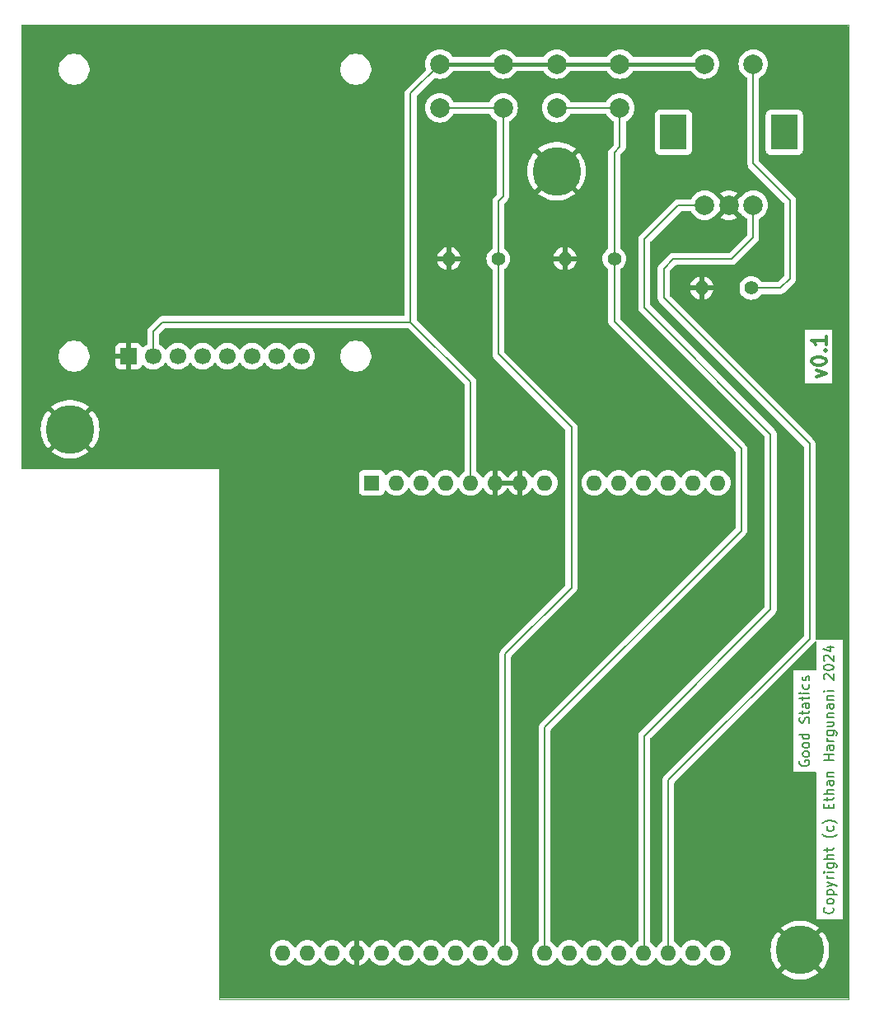
<source format=gtl>
%TF.GenerationSoftware,KiCad,Pcbnew,8.0.3*%
%TF.CreationDate,2024-07-30T19:30:49-07:00*%
%TF.ProjectId,ardxp1,61726478-7031-42e6-9b69-6361645f7063,v0.1*%
%TF.SameCoordinates,Original*%
%TF.FileFunction,Copper,L1,Top*%
%TF.FilePolarity,Positive*%
%FSLAX46Y46*%
G04 Gerber Fmt 4.6, Leading zero omitted, Abs format (unit mm)*
G04 Created by KiCad (PCBNEW 8.0.3) date 2024-07-30 19:30:49*
%MOMM*%
%LPD*%
G01*
G04 APERTURE LIST*
%ADD10C,0.300000*%
%TA.AperFunction,NonConductor*%
%ADD11C,0.300000*%
%TD*%
%ADD12C,0.150000*%
%TA.AperFunction,NonConductor*%
%ADD13C,0.150000*%
%TD*%
%TA.AperFunction,ComponentPad*%
%ADD14R,1.600000X1.600000*%
%TD*%
%TA.AperFunction,ComponentPad*%
%ADD15O,1.600000X1.600000*%
%TD*%
%TA.AperFunction,ComponentPad*%
%ADD16C,1.400000*%
%TD*%
%TA.AperFunction,ComponentPad*%
%ADD17O,1.400000X1.400000*%
%TD*%
%TA.AperFunction,ComponentPad*%
%ADD18C,2.000000*%
%TD*%
%TA.AperFunction,ComponentPad*%
%ADD19R,2.800000X3.600000*%
%TD*%
%TA.AperFunction,ComponentPad*%
%ADD20C,5.000000*%
%TD*%
%TA.AperFunction,ComponentPad*%
%ADD21C,1.700000*%
%TD*%
%TA.AperFunction,ComponentPad*%
%ADD22R,1.700000X1.700000*%
%TD*%
%TA.AperFunction,ViaPad*%
%ADD23C,0.800000*%
%TD*%
%TA.AperFunction,Conductor*%
%ADD24C,0.200000*%
%TD*%
%TA.AperFunction,Conductor*%
%ADD25C,0.400000*%
%TD*%
%TA.AperFunction,Profile*%
%ADD26C,0.050000*%
%TD*%
G04 APERTURE END LIST*
D10*
D11*
X121678328Y-76142856D02*
X122678328Y-75785713D01*
X122678328Y-75785713D02*
X121678328Y-75428570D01*
X121178328Y-74571427D02*
X121178328Y-74428570D01*
X121178328Y-74428570D02*
X121249757Y-74285713D01*
X121249757Y-74285713D02*
X121321185Y-74214285D01*
X121321185Y-74214285D02*
X121464042Y-74142856D01*
X121464042Y-74142856D02*
X121749757Y-74071427D01*
X121749757Y-74071427D02*
X122106900Y-74071427D01*
X122106900Y-74071427D02*
X122392614Y-74142856D01*
X122392614Y-74142856D02*
X122535471Y-74214285D01*
X122535471Y-74214285D02*
X122606900Y-74285713D01*
X122606900Y-74285713D02*
X122678328Y-74428570D01*
X122678328Y-74428570D02*
X122678328Y-74571427D01*
X122678328Y-74571427D02*
X122606900Y-74714285D01*
X122606900Y-74714285D02*
X122535471Y-74785713D01*
X122535471Y-74785713D02*
X122392614Y-74857142D01*
X122392614Y-74857142D02*
X122106900Y-74928570D01*
X122106900Y-74928570D02*
X121749757Y-74928570D01*
X121749757Y-74928570D02*
X121464042Y-74857142D01*
X121464042Y-74857142D02*
X121321185Y-74785713D01*
X121321185Y-74785713D02*
X121249757Y-74714285D01*
X121249757Y-74714285D02*
X121178328Y-74571427D01*
X122535471Y-73428571D02*
X122606900Y-73357142D01*
X122606900Y-73357142D02*
X122678328Y-73428571D01*
X122678328Y-73428571D02*
X122606900Y-73499999D01*
X122606900Y-73499999D02*
X122535471Y-73428571D01*
X122535471Y-73428571D02*
X122678328Y-73428571D01*
X122678328Y-71928570D02*
X122678328Y-72785713D01*
X122678328Y-72357142D02*
X121178328Y-72357142D01*
X121178328Y-72357142D02*
X121392614Y-72499999D01*
X121392614Y-72499999D02*
X121535471Y-72642856D01*
X121535471Y-72642856D02*
X121606900Y-72785713D01*
D12*
D13*
X120002438Y-115547619D02*
X119954819Y-115642857D01*
X119954819Y-115642857D02*
X119954819Y-115785714D01*
X119954819Y-115785714D02*
X120002438Y-115928571D01*
X120002438Y-115928571D02*
X120097676Y-116023809D01*
X120097676Y-116023809D02*
X120192914Y-116071428D01*
X120192914Y-116071428D02*
X120383390Y-116119047D01*
X120383390Y-116119047D02*
X120526247Y-116119047D01*
X120526247Y-116119047D02*
X120716723Y-116071428D01*
X120716723Y-116071428D02*
X120811961Y-116023809D01*
X120811961Y-116023809D02*
X120907200Y-115928571D01*
X120907200Y-115928571D02*
X120954819Y-115785714D01*
X120954819Y-115785714D02*
X120954819Y-115690476D01*
X120954819Y-115690476D02*
X120907200Y-115547619D01*
X120907200Y-115547619D02*
X120859580Y-115500000D01*
X120859580Y-115500000D02*
X120526247Y-115500000D01*
X120526247Y-115500000D02*
X120526247Y-115690476D01*
X120954819Y-114928571D02*
X120907200Y-115023809D01*
X120907200Y-115023809D02*
X120859580Y-115071428D01*
X120859580Y-115071428D02*
X120764342Y-115119047D01*
X120764342Y-115119047D02*
X120478628Y-115119047D01*
X120478628Y-115119047D02*
X120383390Y-115071428D01*
X120383390Y-115071428D02*
X120335771Y-115023809D01*
X120335771Y-115023809D02*
X120288152Y-114928571D01*
X120288152Y-114928571D02*
X120288152Y-114785714D01*
X120288152Y-114785714D02*
X120335771Y-114690476D01*
X120335771Y-114690476D02*
X120383390Y-114642857D01*
X120383390Y-114642857D02*
X120478628Y-114595238D01*
X120478628Y-114595238D02*
X120764342Y-114595238D01*
X120764342Y-114595238D02*
X120859580Y-114642857D01*
X120859580Y-114642857D02*
X120907200Y-114690476D01*
X120907200Y-114690476D02*
X120954819Y-114785714D01*
X120954819Y-114785714D02*
X120954819Y-114928571D01*
X120954819Y-114023809D02*
X120907200Y-114119047D01*
X120907200Y-114119047D02*
X120859580Y-114166666D01*
X120859580Y-114166666D02*
X120764342Y-114214285D01*
X120764342Y-114214285D02*
X120478628Y-114214285D01*
X120478628Y-114214285D02*
X120383390Y-114166666D01*
X120383390Y-114166666D02*
X120335771Y-114119047D01*
X120335771Y-114119047D02*
X120288152Y-114023809D01*
X120288152Y-114023809D02*
X120288152Y-113880952D01*
X120288152Y-113880952D02*
X120335771Y-113785714D01*
X120335771Y-113785714D02*
X120383390Y-113738095D01*
X120383390Y-113738095D02*
X120478628Y-113690476D01*
X120478628Y-113690476D02*
X120764342Y-113690476D01*
X120764342Y-113690476D02*
X120859580Y-113738095D01*
X120859580Y-113738095D02*
X120907200Y-113785714D01*
X120907200Y-113785714D02*
X120954819Y-113880952D01*
X120954819Y-113880952D02*
X120954819Y-114023809D01*
X120954819Y-112833333D02*
X119954819Y-112833333D01*
X120907200Y-112833333D02*
X120954819Y-112928571D01*
X120954819Y-112928571D02*
X120954819Y-113119047D01*
X120954819Y-113119047D02*
X120907200Y-113214285D01*
X120907200Y-113214285D02*
X120859580Y-113261904D01*
X120859580Y-113261904D02*
X120764342Y-113309523D01*
X120764342Y-113309523D02*
X120478628Y-113309523D01*
X120478628Y-113309523D02*
X120383390Y-113261904D01*
X120383390Y-113261904D02*
X120335771Y-113214285D01*
X120335771Y-113214285D02*
X120288152Y-113119047D01*
X120288152Y-113119047D02*
X120288152Y-112928571D01*
X120288152Y-112928571D02*
X120335771Y-112833333D01*
X120907200Y-111642856D02*
X120954819Y-111499999D01*
X120954819Y-111499999D02*
X120954819Y-111261904D01*
X120954819Y-111261904D02*
X120907200Y-111166666D01*
X120907200Y-111166666D02*
X120859580Y-111119047D01*
X120859580Y-111119047D02*
X120764342Y-111071428D01*
X120764342Y-111071428D02*
X120669104Y-111071428D01*
X120669104Y-111071428D02*
X120573866Y-111119047D01*
X120573866Y-111119047D02*
X120526247Y-111166666D01*
X120526247Y-111166666D02*
X120478628Y-111261904D01*
X120478628Y-111261904D02*
X120431009Y-111452380D01*
X120431009Y-111452380D02*
X120383390Y-111547618D01*
X120383390Y-111547618D02*
X120335771Y-111595237D01*
X120335771Y-111595237D02*
X120240533Y-111642856D01*
X120240533Y-111642856D02*
X120145295Y-111642856D01*
X120145295Y-111642856D02*
X120050057Y-111595237D01*
X120050057Y-111595237D02*
X120002438Y-111547618D01*
X120002438Y-111547618D02*
X119954819Y-111452380D01*
X119954819Y-111452380D02*
X119954819Y-111214285D01*
X119954819Y-111214285D02*
X120002438Y-111071428D01*
X120288152Y-110785713D02*
X120288152Y-110404761D01*
X119954819Y-110642856D02*
X120811961Y-110642856D01*
X120811961Y-110642856D02*
X120907200Y-110595237D01*
X120907200Y-110595237D02*
X120954819Y-110499999D01*
X120954819Y-110499999D02*
X120954819Y-110404761D01*
X120954819Y-109642856D02*
X120431009Y-109642856D01*
X120431009Y-109642856D02*
X120335771Y-109690475D01*
X120335771Y-109690475D02*
X120288152Y-109785713D01*
X120288152Y-109785713D02*
X120288152Y-109976189D01*
X120288152Y-109976189D02*
X120335771Y-110071427D01*
X120907200Y-109642856D02*
X120954819Y-109738094D01*
X120954819Y-109738094D02*
X120954819Y-109976189D01*
X120954819Y-109976189D02*
X120907200Y-110071427D01*
X120907200Y-110071427D02*
X120811961Y-110119046D01*
X120811961Y-110119046D02*
X120716723Y-110119046D01*
X120716723Y-110119046D02*
X120621485Y-110071427D01*
X120621485Y-110071427D02*
X120573866Y-109976189D01*
X120573866Y-109976189D02*
X120573866Y-109738094D01*
X120573866Y-109738094D02*
X120526247Y-109642856D01*
X120288152Y-109309522D02*
X120288152Y-108928570D01*
X119954819Y-109166665D02*
X120811961Y-109166665D01*
X120811961Y-109166665D02*
X120907200Y-109119046D01*
X120907200Y-109119046D02*
X120954819Y-109023808D01*
X120954819Y-109023808D02*
X120954819Y-108928570D01*
X120954819Y-108595236D02*
X120288152Y-108595236D01*
X119954819Y-108595236D02*
X120002438Y-108642855D01*
X120002438Y-108642855D02*
X120050057Y-108595236D01*
X120050057Y-108595236D02*
X120002438Y-108547617D01*
X120002438Y-108547617D02*
X119954819Y-108595236D01*
X119954819Y-108595236D02*
X120050057Y-108595236D01*
X120907200Y-107690475D02*
X120954819Y-107785713D01*
X120954819Y-107785713D02*
X120954819Y-107976189D01*
X120954819Y-107976189D02*
X120907200Y-108071427D01*
X120907200Y-108071427D02*
X120859580Y-108119046D01*
X120859580Y-108119046D02*
X120764342Y-108166665D01*
X120764342Y-108166665D02*
X120478628Y-108166665D01*
X120478628Y-108166665D02*
X120383390Y-108119046D01*
X120383390Y-108119046D02*
X120335771Y-108071427D01*
X120335771Y-108071427D02*
X120288152Y-107976189D01*
X120288152Y-107976189D02*
X120288152Y-107785713D01*
X120288152Y-107785713D02*
X120335771Y-107690475D01*
X120907200Y-107309522D02*
X120954819Y-107214284D01*
X120954819Y-107214284D02*
X120954819Y-107023808D01*
X120954819Y-107023808D02*
X120907200Y-106928570D01*
X120907200Y-106928570D02*
X120811961Y-106880951D01*
X120811961Y-106880951D02*
X120764342Y-106880951D01*
X120764342Y-106880951D02*
X120669104Y-106928570D01*
X120669104Y-106928570D02*
X120621485Y-107023808D01*
X120621485Y-107023808D02*
X120621485Y-107166665D01*
X120621485Y-107166665D02*
X120573866Y-107261903D01*
X120573866Y-107261903D02*
X120478628Y-107309522D01*
X120478628Y-107309522D02*
X120431009Y-107309522D01*
X120431009Y-107309522D02*
X120335771Y-107261903D01*
X120335771Y-107261903D02*
X120288152Y-107166665D01*
X120288152Y-107166665D02*
X120288152Y-107023808D01*
X120288152Y-107023808D02*
X120335771Y-106928570D01*
D12*
D13*
X123359580Y-130619049D02*
X123407200Y-130666668D01*
X123407200Y-130666668D02*
X123454819Y-130809525D01*
X123454819Y-130809525D02*
X123454819Y-130904763D01*
X123454819Y-130904763D02*
X123407200Y-131047620D01*
X123407200Y-131047620D02*
X123311961Y-131142858D01*
X123311961Y-131142858D02*
X123216723Y-131190477D01*
X123216723Y-131190477D02*
X123026247Y-131238096D01*
X123026247Y-131238096D02*
X122883390Y-131238096D01*
X122883390Y-131238096D02*
X122692914Y-131190477D01*
X122692914Y-131190477D02*
X122597676Y-131142858D01*
X122597676Y-131142858D02*
X122502438Y-131047620D01*
X122502438Y-131047620D02*
X122454819Y-130904763D01*
X122454819Y-130904763D02*
X122454819Y-130809525D01*
X122454819Y-130809525D02*
X122502438Y-130666668D01*
X122502438Y-130666668D02*
X122550057Y-130619049D01*
X123454819Y-130047620D02*
X123407200Y-130142858D01*
X123407200Y-130142858D02*
X123359580Y-130190477D01*
X123359580Y-130190477D02*
X123264342Y-130238096D01*
X123264342Y-130238096D02*
X122978628Y-130238096D01*
X122978628Y-130238096D02*
X122883390Y-130190477D01*
X122883390Y-130190477D02*
X122835771Y-130142858D01*
X122835771Y-130142858D02*
X122788152Y-130047620D01*
X122788152Y-130047620D02*
X122788152Y-129904763D01*
X122788152Y-129904763D02*
X122835771Y-129809525D01*
X122835771Y-129809525D02*
X122883390Y-129761906D01*
X122883390Y-129761906D02*
X122978628Y-129714287D01*
X122978628Y-129714287D02*
X123264342Y-129714287D01*
X123264342Y-129714287D02*
X123359580Y-129761906D01*
X123359580Y-129761906D02*
X123407200Y-129809525D01*
X123407200Y-129809525D02*
X123454819Y-129904763D01*
X123454819Y-129904763D02*
X123454819Y-130047620D01*
X122788152Y-129285715D02*
X123788152Y-129285715D01*
X122835771Y-129285715D02*
X122788152Y-129190477D01*
X122788152Y-129190477D02*
X122788152Y-129000001D01*
X122788152Y-129000001D02*
X122835771Y-128904763D01*
X122835771Y-128904763D02*
X122883390Y-128857144D01*
X122883390Y-128857144D02*
X122978628Y-128809525D01*
X122978628Y-128809525D02*
X123264342Y-128809525D01*
X123264342Y-128809525D02*
X123359580Y-128857144D01*
X123359580Y-128857144D02*
X123407200Y-128904763D01*
X123407200Y-128904763D02*
X123454819Y-129000001D01*
X123454819Y-129000001D02*
X123454819Y-129190477D01*
X123454819Y-129190477D02*
X123407200Y-129285715D01*
X122788152Y-128476191D02*
X123454819Y-128238096D01*
X122788152Y-128000001D02*
X123454819Y-128238096D01*
X123454819Y-128238096D02*
X123692914Y-128333334D01*
X123692914Y-128333334D02*
X123740533Y-128380953D01*
X123740533Y-128380953D02*
X123788152Y-128476191D01*
X123454819Y-127619048D02*
X122788152Y-127619048D01*
X122978628Y-127619048D02*
X122883390Y-127571429D01*
X122883390Y-127571429D02*
X122835771Y-127523810D01*
X122835771Y-127523810D02*
X122788152Y-127428572D01*
X122788152Y-127428572D02*
X122788152Y-127333334D01*
X123454819Y-127000000D02*
X122788152Y-127000000D01*
X122454819Y-127000000D02*
X122502438Y-127047619D01*
X122502438Y-127047619D02*
X122550057Y-127000000D01*
X122550057Y-127000000D02*
X122502438Y-126952381D01*
X122502438Y-126952381D02*
X122454819Y-127000000D01*
X122454819Y-127000000D02*
X122550057Y-127000000D01*
X122788152Y-126095239D02*
X123597676Y-126095239D01*
X123597676Y-126095239D02*
X123692914Y-126142858D01*
X123692914Y-126142858D02*
X123740533Y-126190477D01*
X123740533Y-126190477D02*
X123788152Y-126285715D01*
X123788152Y-126285715D02*
X123788152Y-126428572D01*
X123788152Y-126428572D02*
X123740533Y-126523810D01*
X123407200Y-126095239D02*
X123454819Y-126190477D01*
X123454819Y-126190477D02*
X123454819Y-126380953D01*
X123454819Y-126380953D02*
X123407200Y-126476191D01*
X123407200Y-126476191D02*
X123359580Y-126523810D01*
X123359580Y-126523810D02*
X123264342Y-126571429D01*
X123264342Y-126571429D02*
X122978628Y-126571429D01*
X122978628Y-126571429D02*
X122883390Y-126523810D01*
X122883390Y-126523810D02*
X122835771Y-126476191D01*
X122835771Y-126476191D02*
X122788152Y-126380953D01*
X122788152Y-126380953D02*
X122788152Y-126190477D01*
X122788152Y-126190477D02*
X122835771Y-126095239D01*
X123454819Y-125619048D02*
X122454819Y-125619048D01*
X123454819Y-125190477D02*
X122931009Y-125190477D01*
X122931009Y-125190477D02*
X122835771Y-125238096D01*
X122835771Y-125238096D02*
X122788152Y-125333334D01*
X122788152Y-125333334D02*
X122788152Y-125476191D01*
X122788152Y-125476191D02*
X122835771Y-125571429D01*
X122835771Y-125571429D02*
X122883390Y-125619048D01*
X122788152Y-124857143D02*
X122788152Y-124476191D01*
X122454819Y-124714286D02*
X123311961Y-124714286D01*
X123311961Y-124714286D02*
X123407200Y-124666667D01*
X123407200Y-124666667D02*
X123454819Y-124571429D01*
X123454819Y-124571429D02*
X123454819Y-124476191D01*
X123835771Y-123095238D02*
X123788152Y-123142857D01*
X123788152Y-123142857D02*
X123645295Y-123238095D01*
X123645295Y-123238095D02*
X123550057Y-123285714D01*
X123550057Y-123285714D02*
X123407200Y-123333333D01*
X123407200Y-123333333D02*
X123169104Y-123380952D01*
X123169104Y-123380952D02*
X122978628Y-123380952D01*
X122978628Y-123380952D02*
X122740533Y-123333333D01*
X122740533Y-123333333D02*
X122597676Y-123285714D01*
X122597676Y-123285714D02*
X122502438Y-123238095D01*
X122502438Y-123238095D02*
X122359580Y-123142857D01*
X122359580Y-123142857D02*
X122311961Y-123095238D01*
X123407200Y-122285714D02*
X123454819Y-122380952D01*
X123454819Y-122380952D02*
X123454819Y-122571428D01*
X123454819Y-122571428D02*
X123407200Y-122666666D01*
X123407200Y-122666666D02*
X123359580Y-122714285D01*
X123359580Y-122714285D02*
X123264342Y-122761904D01*
X123264342Y-122761904D02*
X122978628Y-122761904D01*
X122978628Y-122761904D02*
X122883390Y-122714285D01*
X122883390Y-122714285D02*
X122835771Y-122666666D01*
X122835771Y-122666666D02*
X122788152Y-122571428D01*
X122788152Y-122571428D02*
X122788152Y-122380952D01*
X122788152Y-122380952D02*
X122835771Y-122285714D01*
X123835771Y-121952380D02*
X123788152Y-121904761D01*
X123788152Y-121904761D02*
X123645295Y-121809523D01*
X123645295Y-121809523D02*
X123550057Y-121761904D01*
X123550057Y-121761904D02*
X123407200Y-121714285D01*
X123407200Y-121714285D02*
X123169104Y-121666666D01*
X123169104Y-121666666D02*
X122978628Y-121666666D01*
X122978628Y-121666666D02*
X122740533Y-121714285D01*
X122740533Y-121714285D02*
X122597676Y-121761904D01*
X122597676Y-121761904D02*
X122502438Y-121809523D01*
X122502438Y-121809523D02*
X122359580Y-121904761D01*
X122359580Y-121904761D02*
X122311961Y-121952380D01*
X122931009Y-120428570D02*
X122931009Y-120095237D01*
X123454819Y-119952380D02*
X123454819Y-120428570D01*
X123454819Y-120428570D02*
X122454819Y-120428570D01*
X122454819Y-120428570D02*
X122454819Y-119952380D01*
X122788152Y-119666665D02*
X122788152Y-119285713D01*
X122454819Y-119523808D02*
X123311961Y-119523808D01*
X123311961Y-119523808D02*
X123407200Y-119476189D01*
X123407200Y-119476189D02*
X123454819Y-119380951D01*
X123454819Y-119380951D02*
X123454819Y-119285713D01*
X123454819Y-118952379D02*
X122454819Y-118952379D01*
X123454819Y-118523808D02*
X122931009Y-118523808D01*
X122931009Y-118523808D02*
X122835771Y-118571427D01*
X122835771Y-118571427D02*
X122788152Y-118666665D01*
X122788152Y-118666665D02*
X122788152Y-118809522D01*
X122788152Y-118809522D02*
X122835771Y-118904760D01*
X122835771Y-118904760D02*
X122883390Y-118952379D01*
X123454819Y-117619046D02*
X122931009Y-117619046D01*
X122931009Y-117619046D02*
X122835771Y-117666665D01*
X122835771Y-117666665D02*
X122788152Y-117761903D01*
X122788152Y-117761903D02*
X122788152Y-117952379D01*
X122788152Y-117952379D02*
X122835771Y-118047617D01*
X123407200Y-117619046D02*
X123454819Y-117714284D01*
X123454819Y-117714284D02*
X123454819Y-117952379D01*
X123454819Y-117952379D02*
X123407200Y-118047617D01*
X123407200Y-118047617D02*
X123311961Y-118095236D01*
X123311961Y-118095236D02*
X123216723Y-118095236D01*
X123216723Y-118095236D02*
X123121485Y-118047617D01*
X123121485Y-118047617D02*
X123073866Y-117952379D01*
X123073866Y-117952379D02*
X123073866Y-117714284D01*
X123073866Y-117714284D02*
X123026247Y-117619046D01*
X122788152Y-117142855D02*
X123454819Y-117142855D01*
X122883390Y-117142855D02*
X122835771Y-117095236D01*
X122835771Y-117095236D02*
X122788152Y-116999998D01*
X122788152Y-116999998D02*
X122788152Y-116857141D01*
X122788152Y-116857141D02*
X122835771Y-116761903D01*
X122835771Y-116761903D02*
X122931009Y-116714284D01*
X122931009Y-116714284D02*
X123454819Y-116714284D01*
X123454819Y-115476188D02*
X122454819Y-115476188D01*
X122931009Y-115476188D02*
X122931009Y-114904760D01*
X123454819Y-114904760D02*
X122454819Y-114904760D01*
X123454819Y-113999998D02*
X122931009Y-113999998D01*
X122931009Y-113999998D02*
X122835771Y-114047617D01*
X122835771Y-114047617D02*
X122788152Y-114142855D01*
X122788152Y-114142855D02*
X122788152Y-114333331D01*
X122788152Y-114333331D02*
X122835771Y-114428569D01*
X123407200Y-113999998D02*
X123454819Y-114095236D01*
X123454819Y-114095236D02*
X123454819Y-114333331D01*
X123454819Y-114333331D02*
X123407200Y-114428569D01*
X123407200Y-114428569D02*
X123311961Y-114476188D01*
X123311961Y-114476188D02*
X123216723Y-114476188D01*
X123216723Y-114476188D02*
X123121485Y-114428569D01*
X123121485Y-114428569D02*
X123073866Y-114333331D01*
X123073866Y-114333331D02*
X123073866Y-114095236D01*
X123073866Y-114095236D02*
X123026247Y-113999998D01*
X123454819Y-113523807D02*
X122788152Y-113523807D01*
X122978628Y-113523807D02*
X122883390Y-113476188D01*
X122883390Y-113476188D02*
X122835771Y-113428569D01*
X122835771Y-113428569D02*
X122788152Y-113333331D01*
X122788152Y-113333331D02*
X122788152Y-113238093D01*
X122788152Y-112476188D02*
X123597676Y-112476188D01*
X123597676Y-112476188D02*
X123692914Y-112523807D01*
X123692914Y-112523807D02*
X123740533Y-112571426D01*
X123740533Y-112571426D02*
X123788152Y-112666664D01*
X123788152Y-112666664D02*
X123788152Y-112809521D01*
X123788152Y-112809521D02*
X123740533Y-112904759D01*
X123407200Y-112476188D02*
X123454819Y-112571426D01*
X123454819Y-112571426D02*
X123454819Y-112761902D01*
X123454819Y-112761902D02*
X123407200Y-112857140D01*
X123407200Y-112857140D02*
X123359580Y-112904759D01*
X123359580Y-112904759D02*
X123264342Y-112952378D01*
X123264342Y-112952378D02*
X122978628Y-112952378D01*
X122978628Y-112952378D02*
X122883390Y-112904759D01*
X122883390Y-112904759D02*
X122835771Y-112857140D01*
X122835771Y-112857140D02*
X122788152Y-112761902D01*
X122788152Y-112761902D02*
X122788152Y-112571426D01*
X122788152Y-112571426D02*
X122835771Y-112476188D01*
X122788152Y-111571426D02*
X123454819Y-111571426D01*
X122788152Y-111999997D02*
X123311961Y-111999997D01*
X123311961Y-111999997D02*
X123407200Y-111952378D01*
X123407200Y-111952378D02*
X123454819Y-111857140D01*
X123454819Y-111857140D02*
X123454819Y-111714283D01*
X123454819Y-111714283D02*
X123407200Y-111619045D01*
X123407200Y-111619045D02*
X123359580Y-111571426D01*
X122788152Y-111095235D02*
X123454819Y-111095235D01*
X122883390Y-111095235D02*
X122835771Y-111047616D01*
X122835771Y-111047616D02*
X122788152Y-110952378D01*
X122788152Y-110952378D02*
X122788152Y-110809521D01*
X122788152Y-110809521D02*
X122835771Y-110714283D01*
X122835771Y-110714283D02*
X122931009Y-110666664D01*
X122931009Y-110666664D02*
X123454819Y-110666664D01*
X123454819Y-109761902D02*
X122931009Y-109761902D01*
X122931009Y-109761902D02*
X122835771Y-109809521D01*
X122835771Y-109809521D02*
X122788152Y-109904759D01*
X122788152Y-109904759D02*
X122788152Y-110095235D01*
X122788152Y-110095235D02*
X122835771Y-110190473D01*
X123407200Y-109761902D02*
X123454819Y-109857140D01*
X123454819Y-109857140D02*
X123454819Y-110095235D01*
X123454819Y-110095235D02*
X123407200Y-110190473D01*
X123407200Y-110190473D02*
X123311961Y-110238092D01*
X123311961Y-110238092D02*
X123216723Y-110238092D01*
X123216723Y-110238092D02*
X123121485Y-110190473D01*
X123121485Y-110190473D02*
X123073866Y-110095235D01*
X123073866Y-110095235D02*
X123073866Y-109857140D01*
X123073866Y-109857140D02*
X123026247Y-109761902D01*
X122788152Y-109285711D02*
X123454819Y-109285711D01*
X122883390Y-109285711D02*
X122835771Y-109238092D01*
X122835771Y-109238092D02*
X122788152Y-109142854D01*
X122788152Y-109142854D02*
X122788152Y-108999997D01*
X122788152Y-108999997D02*
X122835771Y-108904759D01*
X122835771Y-108904759D02*
X122931009Y-108857140D01*
X122931009Y-108857140D02*
X123454819Y-108857140D01*
X123454819Y-108380949D02*
X122788152Y-108380949D01*
X122454819Y-108380949D02*
X122502438Y-108428568D01*
X122502438Y-108428568D02*
X122550057Y-108380949D01*
X122550057Y-108380949D02*
X122502438Y-108333330D01*
X122502438Y-108333330D02*
X122454819Y-108380949D01*
X122454819Y-108380949D02*
X122550057Y-108380949D01*
X122550057Y-107190473D02*
X122502438Y-107142854D01*
X122502438Y-107142854D02*
X122454819Y-107047616D01*
X122454819Y-107047616D02*
X122454819Y-106809521D01*
X122454819Y-106809521D02*
X122502438Y-106714283D01*
X122502438Y-106714283D02*
X122550057Y-106666664D01*
X122550057Y-106666664D02*
X122645295Y-106619045D01*
X122645295Y-106619045D02*
X122740533Y-106619045D01*
X122740533Y-106619045D02*
X122883390Y-106666664D01*
X122883390Y-106666664D02*
X123454819Y-107238092D01*
X123454819Y-107238092D02*
X123454819Y-106619045D01*
X122454819Y-105999997D02*
X122454819Y-105904759D01*
X122454819Y-105904759D02*
X122502438Y-105809521D01*
X122502438Y-105809521D02*
X122550057Y-105761902D01*
X122550057Y-105761902D02*
X122645295Y-105714283D01*
X122645295Y-105714283D02*
X122835771Y-105666664D01*
X122835771Y-105666664D02*
X123073866Y-105666664D01*
X123073866Y-105666664D02*
X123264342Y-105714283D01*
X123264342Y-105714283D02*
X123359580Y-105761902D01*
X123359580Y-105761902D02*
X123407200Y-105809521D01*
X123407200Y-105809521D02*
X123454819Y-105904759D01*
X123454819Y-105904759D02*
X123454819Y-105999997D01*
X123454819Y-105999997D02*
X123407200Y-106095235D01*
X123407200Y-106095235D02*
X123359580Y-106142854D01*
X123359580Y-106142854D02*
X123264342Y-106190473D01*
X123264342Y-106190473D02*
X123073866Y-106238092D01*
X123073866Y-106238092D02*
X122835771Y-106238092D01*
X122835771Y-106238092D02*
X122645295Y-106190473D01*
X122645295Y-106190473D02*
X122550057Y-106142854D01*
X122550057Y-106142854D02*
X122502438Y-106095235D01*
X122502438Y-106095235D02*
X122454819Y-105999997D01*
X122550057Y-105285711D02*
X122502438Y-105238092D01*
X122502438Y-105238092D02*
X122454819Y-105142854D01*
X122454819Y-105142854D02*
X122454819Y-104904759D01*
X122454819Y-104904759D02*
X122502438Y-104809521D01*
X122502438Y-104809521D02*
X122550057Y-104761902D01*
X122550057Y-104761902D02*
X122645295Y-104714283D01*
X122645295Y-104714283D02*
X122740533Y-104714283D01*
X122740533Y-104714283D02*
X122883390Y-104761902D01*
X122883390Y-104761902D02*
X123454819Y-105333330D01*
X123454819Y-105333330D02*
X123454819Y-104714283D01*
X122788152Y-103857140D02*
X123454819Y-103857140D01*
X122407200Y-104095235D02*
X123121485Y-104333330D01*
X123121485Y-104333330D02*
X123121485Y-103714283D01*
D14*
%TO.P,A1,1*%
%TO.N,Net-(A1-Pad1)*%
X76000000Y-87000000D03*
D15*
%TO.P,A1,2*%
%TO.N,Net-(A1-Pad2)*%
X78540000Y-87000000D03*
%TO.P,A1,3*%
%TO.N,Net-(A1-Pad3)*%
X81080000Y-87000000D03*
%TO.P,A1,4*%
%TO.N,Net-(A1-Pad4)*%
X83620000Y-87000000D03*
%TO.P,A1,5*%
%TO.N,VCC*%
X86160000Y-87000000D03*
%TO.P,A1,6*%
%TO.N,GND*%
X88700000Y-87000000D03*
%TO.P,A1,7*%
X91240000Y-87000000D03*
%TO.P,A1,8*%
%TO.N,Net-(A1-Pad8)*%
X93780000Y-87000000D03*
%TO.P,A1,9*%
%TO.N,Net-(A1-Pad9)*%
X98860000Y-87000000D03*
%TO.P,A1,10*%
%TO.N,Net-(A1-Pad10)*%
X101400000Y-87000000D03*
%TO.P,A1,11*%
%TO.N,Net-(A1-Pad11)*%
X103940000Y-87000000D03*
%TO.P,A1,12*%
%TO.N,Net-(A1-Pad12)*%
X106480000Y-87000000D03*
%TO.P,A1,13*%
%TO.N,Net-(A1-Pad13)*%
X109020000Y-87000000D03*
%TO.P,A1,14*%
%TO.N,Net-(A1-Pad14)*%
X111560000Y-87000000D03*
%TO.P,A1,15*%
%TO.N,Net-(A1-Pad15)*%
X111560000Y-135260000D03*
%TO.P,A1,16*%
%TO.N,Net-(A1-Pad16)*%
X109020000Y-135260000D03*
%TO.P,A1,17*%
%TO.N,Net-(A1-Pad17)*%
X106480000Y-135260000D03*
%TO.P,A1,18*%
%TO.N,Net-(A1-Pad18)*%
X103940000Y-135260000D03*
%TO.P,A1,19*%
%TO.N,Net-(A1-Pad19)*%
X101400000Y-135260000D03*
%TO.P,A1,20*%
%TO.N,Net-(A1-Pad20)*%
X98860000Y-135260000D03*
%TO.P,A1,21*%
%TO.N,Net-(A1-Pad21)*%
X96320000Y-135260000D03*
%TO.P,A1,22*%
%TO.N,Net-(A1-Pad22)*%
X93780000Y-135260000D03*
%TO.P,A1,23*%
%TO.N,Net-(A1-Pad23)*%
X89720000Y-135260000D03*
%TO.P,A1,24*%
%TO.N,Net-(A1-Pad24)*%
X87180000Y-135260000D03*
%TO.P,A1,25*%
%TO.N,Net-(A1-Pad25)*%
X84640000Y-135260000D03*
%TO.P,A1,26*%
%TO.N,Net-(A1-Pad26)*%
X82100000Y-135260000D03*
%TO.P,A1,27*%
%TO.N,Net-(A1-Pad27)*%
X79560000Y-135260000D03*
%TO.P,A1,28*%
%TO.N,Net-(A1-Pad28)*%
X77020000Y-135260000D03*
%TO.P,A1,29*%
%TO.N,GND*%
X74480000Y-135260000D03*
%TO.P,A1,30*%
%TO.N,Net-(A1-Pad30)*%
X71940000Y-135260000D03*
%TO.P,A1,31*%
%TO.N,Net-(A1-Pad31)*%
X69400000Y-135260000D03*
%TO.P,A1,32*%
%TO.N,Net-(A1-Pad32)*%
X66860000Y-135260000D03*
%TD*%
D16*
%TO.P,R1,1*%
%TO.N,Net-(A1-Pad21)*%
X115000000Y-67000000D03*
D17*
%TO.P,R1,2*%
%TO.N,GND*%
X109920000Y-67000000D03*
%TD*%
D16*
%TO.P,R2,1*%
%TO.N,Net-(A1-Pad22)*%
X100920000Y-64000000D03*
D17*
%TO.P,R2,2*%
%TO.N,GND*%
X95840000Y-64000000D03*
%TD*%
D16*
%TO.P,R3,1*%
%TO.N,Net-(A1-Pad23)*%
X89000000Y-64000000D03*
D17*
%TO.P,R3,2*%
%TO.N,GND*%
X83920000Y-64000000D03*
%TD*%
D18*
%TO.P,S1,1*%
%TO.N,VCC*%
X110200000Y-44000000D03*
%TO.P,S1,2*%
%TO.N,Net-(A1-Pad21)*%
X115200000Y-44000000D03*
D19*
%TO.P,S1,3*%
%TO.N,Net-(S1-Pad3)*%
X107000000Y-51000000D03*
X118400000Y-51000000D03*
D18*
%TO.P,S1,A*%
%TO.N,Net-(A1-Pad18)*%
X110200000Y-58500000D03*
%TO.P,S1,B*%
%TO.N,Net-(A1-Pad17)*%
X115200000Y-58500000D03*
%TO.P,S1,C*%
%TO.N,GND*%
X112700000Y-58500000D03*
%TD*%
%TO.P,SW1,1*%
%TO.N,VCC*%
X95000000Y-44000000D03*
X101500000Y-44000000D03*
%TO.P,SW1,2*%
%TO.N,Net-(A1-Pad22)*%
X95000000Y-48500000D03*
X101500000Y-48500000D03*
%TD*%
%TO.P,SW2,1*%
%TO.N,VCC*%
X83000000Y-44000000D03*
X89500000Y-44000000D03*
%TO.P,SW2,2*%
%TO.N,Net-(A1-Pad23)*%
X83000000Y-48500000D03*
X89500000Y-48500000D03*
%TD*%
D20*
%TO.P,H1,1*%
%TO.N,GND*%
X120000000Y-135000000D03*
%TD*%
%TO.P,H2,1*%
%TO.N,GND*%
X95000000Y-55000000D03*
%TD*%
%TO.P,H3,1*%
%TO.N,GND*%
X45000000Y-81500000D03*
%TD*%
D21*
%TO.P,J1,8*%
%TO.N,Net-(A1-Pad13)*%
X68780000Y-74000000D03*
%TO.P,J1,7*%
%TO.N,Net-(A1-Pad14)*%
X66240000Y-74000000D03*
%TO.P,J1,6*%
%TO.N,Net-(J1-Pad6)*%
X63700000Y-74000000D03*
%TO.P,J1,5*%
%TO.N,Net-(J1-Pad5)*%
X61160000Y-74000000D03*
%TO.P,J1,4*%
%TO.N,Net-(J1-Pad4)*%
X58620000Y-74000000D03*
%TO.P,J1,3*%
%TO.N,Net-(J1-Pad3)*%
X56080000Y-74000000D03*
%TO.P,J1,2*%
%TO.N,VCC*%
X53540000Y-74000000D03*
D22*
%TO.P,J1,1*%
%TO.N,GND*%
X51000000Y-74000000D03*
%TD*%
D23*
%TO.N,GND*%
X64000000Y-128000000D03*
X64000000Y-114500000D03*
X64000000Y-102500000D03*
X64000000Y-88000000D03*
X120000000Y-42000000D03*
X77000000Y-42000000D03*
X123000000Y-94000000D03*
X42000000Y-73000000D03*
X42000000Y-65000000D03*
X123000000Y-62000000D03*
X123000000Y-86000000D03*
X123000000Y-46000000D03*
X61000000Y-42000000D03*
X42000000Y-49000000D03*
X53000000Y-42000000D03*
X123000000Y-102000000D03*
X123000000Y-54000000D03*
X123000000Y-70000000D03*
X42000000Y-57000000D03*
X120000000Y-123500000D03*
X69000000Y-42000000D03*
X123000000Y-78000000D03*
X45000000Y-42000000D03*
%TD*%
D24*
%TO.N,Net-(A1-Pad17)*%
X113000000Y-64000000D02*
X107000000Y-64000000D01*
X106000000Y-68000000D02*
X121000000Y-83000000D01*
X106000000Y-65000000D02*
X106000000Y-68000000D01*
X106480000Y-117520000D02*
X106480000Y-135260000D01*
X121000000Y-103000000D02*
X106480000Y-117520000D01*
X115200000Y-58500000D02*
X115200000Y-61800000D01*
X107000000Y-64000000D02*
X106000000Y-65000000D01*
X115200000Y-61800000D02*
X113000000Y-64000000D01*
X121000000Y-83000000D02*
X121000000Y-103000000D01*
%TO.N,Net-(A1-Pad18)*%
X104000000Y-113000000D02*
X104000000Y-135200000D01*
X110200000Y-58500000D02*
X107500000Y-58500000D01*
X107500000Y-58500000D02*
X104000000Y-62000000D01*
X117000000Y-100000000D02*
X104000000Y-113000000D01*
X104000000Y-69000000D02*
X117000000Y-82000000D01*
X104000000Y-62000000D02*
X104000000Y-69000000D01*
X104000000Y-135200000D02*
X103940000Y-135260000D01*
X117000000Y-82000000D02*
X117000000Y-100000000D01*
D25*
%TO.N,VCC*%
X89500000Y-44000000D02*
X95000000Y-44000000D01*
X95000000Y-44000000D02*
X101500000Y-44000000D01*
D24*
X53540000Y-71460000D02*
X53540000Y-74000000D01*
X80000000Y-70500000D02*
X80000000Y-47000000D01*
X86160000Y-76660000D02*
X80000000Y-70500000D01*
X54500000Y-70500000D02*
X53540000Y-71460000D01*
D25*
X101500000Y-44000000D02*
X110200000Y-44000000D01*
D24*
X80000000Y-70500000D02*
X54500000Y-70500000D01*
X80000000Y-47000000D02*
X83000000Y-44000000D01*
D25*
X83000000Y-44000000D02*
X89500000Y-44000000D01*
D24*
X86160000Y-87000000D02*
X86160000Y-76660000D01*
%TO.N,Net-(A1-Pad21)*%
X115200000Y-44000000D02*
X115200000Y-54200000D01*
X118000000Y-67000000D02*
X115000000Y-67000000D01*
X119000000Y-58000000D02*
X119000000Y-66000000D01*
X119000000Y-66000000D02*
X118000000Y-67000000D01*
X115200000Y-54200000D02*
X119000000Y-58000000D01*
%TO.N,Net-(A1-Pad22)*%
X100920000Y-64000000D02*
X100920000Y-70440000D01*
X101500000Y-48500000D02*
X101500000Y-52500000D01*
X95000000Y-48500000D02*
X101500000Y-48500000D01*
X113969800Y-91922600D02*
X93780000Y-112112400D01*
X101500000Y-52500000D02*
X100920000Y-53080000D01*
X93780000Y-112112400D02*
X93780000Y-135260000D01*
X100920000Y-70440000D02*
X113969800Y-83489800D01*
X100920000Y-53080000D02*
X100920000Y-64000000D01*
X113969800Y-83489800D02*
X113969800Y-91922600D01*
%TO.N,Net-(A1-Pad23)*%
X89500000Y-57591400D02*
X89000000Y-58091400D01*
X89000000Y-64000000D02*
X89000000Y-73760000D01*
X96520000Y-97790000D02*
X89720000Y-104590000D01*
X89000000Y-73760000D02*
X96520000Y-81280000D01*
X89000000Y-58091400D02*
X89000000Y-64000000D01*
X83000000Y-48500000D02*
X89500000Y-48500000D01*
X96520000Y-81280000D02*
X96520000Y-97790000D01*
X89720000Y-104590000D02*
X89720000Y-135260000D01*
X89500000Y-48500000D02*
X89500000Y-57591400D01*
%TD*%
%TA.AperFunction,Conductor*%
%TO.N,GND*%
G36*
X112234075Y-58692993D02*
G01*
X112299901Y-58807007D01*
X112392993Y-58900099D01*
X112507007Y-58965925D01*
X112575051Y-58984157D01*
X111826107Y-59733101D01*
X111826108Y-59733102D01*
X112013261Y-59847791D01*
X112232562Y-59938628D01*
X112463367Y-59994039D01*
X112700000Y-60012662D01*
X112936632Y-59994039D01*
X113167437Y-59938628D01*
X113386738Y-59847791D01*
X113573890Y-59733102D01*
X113573891Y-59733102D01*
X112824947Y-58984158D01*
X112892993Y-58965925D01*
X113007007Y-58900099D01*
X113100099Y-58807007D01*
X113165925Y-58692993D01*
X113184158Y-58624947D01*
X113946999Y-59387788D01*
X113962974Y-59390494D01*
X114003599Y-59421936D01*
X114130030Y-59569969D01*
X114310580Y-59724173D01*
X114310584Y-59724176D01*
X114513037Y-59848240D01*
X114513715Y-59848521D01*
X114513931Y-59848694D01*
X114517443Y-59850484D01*
X114517067Y-59851221D01*
X114568996Y-59893065D01*
X114591420Y-59960427D01*
X114591500Y-59964930D01*
X114591500Y-61495761D01*
X114571498Y-61563882D01*
X114554595Y-61584856D01*
X112784856Y-63354595D01*
X112722544Y-63388621D01*
X112695761Y-63391500D01*
X106919889Y-63391500D01*
X106836955Y-63413722D01*
X106765130Y-63432967D01*
X106765123Y-63432970D01*
X106626376Y-63513075D01*
X106626366Y-63513083D01*
X105513083Y-64626366D01*
X105513075Y-64626376D01*
X105432967Y-64765127D01*
X105432968Y-64765128D01*
X105391500Y-64919889D01*
X105391500Y-67919890D01*
X105391500Y-68080110D01*
X105432968Y-68234873D01*
X105432969Y-68234875D01*
X105432970Y-68234877D01*
X105513075Y-68373623D01*
X105513083Y-68373633D01*
X120354595Y-83215144D01*
X120388621Y-83277456D01*
X120391500Y-83304239D01*
X120391500Y-102695760D01*
X120371498Y-102763881D01*
X120354595Y-102784855D01*
X105993083Y-117146366D01*
X105993075Y-117146376D01*
X105912967Y-117285127D01*
X105912968Y-117285128D01*
X105871500Y-117439890D01*
X105871500Y-134023101D01*
X105851498Y-134091222D01*
X105817771Y-134126314D01*
X105635703Y-134253799D01*
X105635697Y-134253804D01*
X105473804Y-134415697D01*
X105473799Y-134415703D01*
X105342477Y-134603250D01*
X105324195Y-134642457D01*
X105277278Y-134695742D01*
X105209001Y-134715203D01*
X105141041Y-134694661D01*
X105095805Y-134642457D01*
X105093894Y-134638359D01*
X105077523Y-134603251D01*
X104946198Y-134415700D01*
X104784300Y-134253802D01*
X104784290Y-134253795D01*
X104662229Y-134168326D01*
X104617901Y-134112868D01*
X104608500Y-134065113D01*
X104608500Y-113304239D01*
X104628502Y-113236118D01*
X104645405Y-113215144D01*
X117486915Y-100373634D01*
X117486921Y-100373628D01*
X117567032Y-100234873D01*
X117608500Y-100080110D01*
X117608500Y-99919890D01*
X117608500Y-81919889D01*
X117567032Y-81765128D01*
X117567032Y-81765127D01*
X117486921Y-81626372D01*
X117486919Y-81626370D01*
X117486915Y-81626365D01*
X104645405Y-68784855D01*
X104611379Y-68722543D01*
X104608500Y-68695760D01*
X104608500Y-62304239D01*
X104628502Y-62236118D01*
X104645405Y-62215144D01*
X107715144Y-59145405D01*
X107777456Y-59111379D01*
X107804239Y-59108500D01*
X108735070Y-59108500D01*
X108803191Y-59128502D01*
X108849684Y-59182158D01*
X108851460Y-59186239D01*
X108851760Y-59186963D01*
X108974827Y-59387788D01*
X108975825Y-59389417D01*
X108975826Y-59389419D01*
X109130030Y-59569969D01*
X109310580Y-59724173D01*
X109310584Y-59724176D01*
X109513037Y-59848240D01*
X109732406Y-59939105D01*
X109963289Y-59994535D01*
X110200000Y-60013165D01*
X110436711Y-59994535D01*
X110667594Y-59939105D01*
X110886963Y-59848240D01*
X111089416Y-59724176D01*
X111269969Y-59569969D01*
X111396404Y-59421932D01*
X111455850Y-59383127D01*
X111457835Y-59382952D01*
X112215841Y-58624946D01*
X112234075Y-58692993D01*
G37*
%TD.AperFunction*%
%TA.AperFunction,Conductor*%
G36*
X90774075Y-86807007D02*
G01*
X90740000Y-86934174D01*
X90740000Y-87065826D01*
X90774075Y-87192993D01*
X90809297Y-87254000D01*
X89130703Y-87254000D01*
X89165925Y-87192993D01*
X89200000Y-87065826D01*
X89200000Y-86934174D01*
X89165925Y-86807007D01*
X89130703Y-86746000D01*
X90809297Y-86746000D01*
X90774075Y-86807007D01*
G37*
%TD.AperFunction*%
%TA.AperFunction,Conductor*%
G36*
X124916621Y-40045502D02*
G01*
X124963114Y-40099158D01*
X124974500Y-40151500D01*
X124974500Y-139848500D01*
X124954498Y-139916621D01*
X124900842Y-139963114D01*
X124848500Y-139974500D01*
X60476486Y-139974500D01*
X60408365Y-139954498D01*
X60361872Y-139900842D01*
X60350486Y-139848512D01*
X60350317Y-138008000D01*
X60350065Y-135260000D01*
X65546502Y-135260000D01*
X65566457Y-135488087D01*
X65625716Y-135709243D01*
X65722477Y-135916749D01*
X65853802Y-136104300D01*
X66015700Y-136266198D01*
X66203251Y-136397523D01*
X66410757Y-136494284D01*
X66631913Y-136553543D01*
X66860000Y-136573498D01*
X67088087Y-136553543D01*
X67309243Y-136494284D01*
X67516749Y-136397523D01*
X67704300Y-136266198D01*
X67866198Y-136104300D01*
X67997523Y-135916749D01*
X68015805Y-135877543D01*
X68062721Y-135824258D01*
X68130998Y-135804796D01*
X68198958Y-135825337D01*
X68244195Y-135877543D01*
X68262477Y-135916749D01*
X68393802Y-136104300D01*
X68555700Y-136266198D01*
X68743251Y-136397523D01*
X68950757Y-136494284D01*
X69171913Y-136553543D01*
X69400000Y-136573498D01*
X69628087Y-136553543D01*
X69849243Y-136494284D01*
X70056749Y-136397523D01*
X70244300Y-136266198D01*
X70406198Y-136104300D01*
X70537523Y-135916749D01*
X70555805Y-135877543D01*
X70602721Y-135824258D01*
X70670998Y-135804796D01*
X70738958Y-135825337D01*
X70784195Y-135877543D01*
X70802477Y-135916749D01*
X70933802Y-136104300D01*
X71095700Y-136266198D01*
X71283251Y-136397523D01*
X71490757Y-136494284D01*
X71711913Y-136553543D01*
X71940000Y-136573498D01*
X72168087Y-136553543D01*
X72389243Y-136494284D01*
X72596749Y-136397523D01*
X72784300Y-136266198D01*
X72946198Y-136104300D01*
X73077523Y-135916749D01*
X73096081Y-135876950D01*
X73142995Y-135823667D01*
X73211272Y-135804205D01*
X73279232Y-135824745D01*
X73324469Y-135876949D01*
X73342911Y-135916497D01*
X73474184Y-136103974D01*
X73474189Y-136103980D01*
X73636019Y-136265810D01*
X73636025Y-136265815D01*
X73823501Y-136397087D01*
X74030926Y-136493811D01*
X74030931Y-136493813D01*
X74226000Y-136546081D01*
X74226000Y-135690702D01*
X74287007Y-135725925D01*
X74414174Y-135760000D01*
X74545826Y-135760000D01*
X74672993Y-135725925D01*
X74734000Y-135690702D01*
X74734000Y-136546081D01*
X74929068Y-136493813D01*
X74929073Y-136493811D01*
X75136498Y-136397087D01*
X75323974Y-136265815D01*
X75323980Y-136265810D01*
X75485810Y-136103980D01*
X75485815Y-136103974D01*
X75617087Y-135916498D01*
X75635529Y-135876951D01*
X75682446Y-135823666D01*
X75750723Y-135804205D01*
X75818683Y-135824747D01*
X75863919Y-135876951D01*
X75882477Y-135916749D01*
X76013802Y-136104300D01*
X76175700Y-136266198D01*
X76363251Y-136397523D01*
X76570757Y-136494284D01*
X76791913Y-136553543D01*
X77020000Y-136573498D01*
X77248087Y-136553543D01*
X77469243Y-136494284D01*
X77676749Y-136397523D01*
X77864300Y-136266198D01*
X78026198Y-136104300D01*
X78157523Y-135916749D01*
X78175805Y-135877543D01*
X78222721Y-135824258D01*
X78290998Y-135804796D01*
X78358958Y-135825337D01*
X78404195Y-135877543D01*
X78422477Y-135916749D01*
X78553802Y-136104300D01*
X78715700Y-136266198D01*
X78903251Y-136397523D01*
X79110757Y-136494284D01*
X79331913Y-136553543D01*
X79560000Y-136573498D01*
X79788087Y-136553543D01*
X80009243Y-136494284D01*
X80216749Y-136397523D01*
X80404300Y-136266198D01*
X80566198Y-136104300D01*
X80697523Y-135916749D01*
X80715805Y-135877543D01*
X80762721Y-135824258D01*
X80830998Y-135804796D01*
X80898958Y-135825337D01*
X80944195Y-135877543D01*
X80962477Y-135916749D01*
X81093802Y-136104300D01*
X81255700Y-136266198D01*
X81443251Y-136397523D01*
X81650757Y-136494284D01*
X81871913Y-136553543D01*
X82100000Y-136573498D01*
X82328087Y-136553543D01*
X82549243Y-136494284D01*
X82756749Y-136397523D01*
X82944300Y-136266198D01*
X83106198Y-136104300D01*
X83237523Y-135916749D01*
X83255805Y-135877543D01*
X83302721Y-135824258D01*
X83370998Y-135804796D01*
X83438958Y-135825337D01*
X83484195Y-135877543D01*
X83502477Y-135916749D01*
X83633802Y-136104300D01*
X83795700Y-136266198D01*
X83983251Y-136397523D01*
X84190757Y-136494284D01*
X84411913Y-136553543D01*
X84640000Y-136573498D01*
X84868087Y-136553543D01*
X85089243Y-136494284D01*
X85296749Y-136397523D01*
X85484300Y-136266198D01*
X85646198Y-136104300D01*
X85777523Y-135916749D01*
X85795805Y-135877543D01*
X85842721Y-135824258D01*
X85910998Y-135804796D01*
X85978958Y-135825337D01*
X86024195Y-135877543D01*
X86042477Y-135916749D01*
X86173802Y-136104300D01*
X86335700Y-136266198D01*
X86523251Y-136397523D01*
X86730757Y-136494284D01*
X86951913Y-136553543D01*
X87180000Y-136573498D01*
X87408087Y-136553543D01*
X87629243Y-136494284D01*
X87836749Y-136397523D01*
X88024300Y-136266198D01*
X88186198Y-136104300D01*
X88317523Y-135916749D01*
X88335805Y-135877543D01*
X88382721Y-135824258D01*
X88450998Y-135804796D01*
X88518958Y-135825337D01*
X88564195Y-135877543D01*
X88582477Y-135916749D01*
X88713802Y-136104300D01*
X88875700Y-136266198D01*
X89063251Y-136397523D01*
X89270757Y-136494284D01*
X89491913Y-136553543D01*
X89720000Y-136573498D01*
X89948087Y-136553543D01*
X90169243Y-136494284D01*
X90376749Y-136397523D01*
X90564300Y-136266198D01*
X90726198Y-136104300D01*
X90857523Y-135916749D01*
X90954284Y-135709243D01*
X91013543Y-135488087D01*
X91033498Y-135260000D01*
X92466502Y-135260000D01*
X92486457Y-135488087D01*
X92545716Y-135709243D01*
X92642477Y-135916749D01*
X92773802Y-136104300D01*
X92935700Y-136266198D01*
X93123251Y-136397523D01*
X93330757Y-136494284D01*
X93551913Y-136553543D01*
X93780000Y-136573498D01*
X94008087Y-136553543D01*
X94229243Y-136494284D01*
X94436749Y-136397523D01*
X94624300Y-136266198D01*
X94786198Y-136104300D01*
X94917523Y-135916749D01*
X94935805Y-135877543D01*
X94982721Y-135824258D01*
X95050998Y-135804796D01*
X95118958Y-135825337D01*
X95164195Y-135877543D01*
X95182477Y-135916749D01*
X95313802Y-136104300D01*
X95475700Y-136266198D01*
X95663251Y-136397523D01*
X95870757Y-136494284D01*
X96091913Y-136553543D01*
X96320000Y-136573498D01*
X96548087Y-136553543D01*
X96769243Y-136494284D01*
X96976749Y-136397523D01*
X97164300Y-136266198D01*
X97326198Y-136104300D01*
X97457523Y-135916749D01*
X97475805Y-135877543D01*
X97522721Y-135824258D01*
X97590998Y-135804796D01*
X97658958Y-135825337D01*
X97704195Y-135877543D01*
X97722477Y-135916749D01*
X97853802Y-136104300D01*
X98015700Y-136266198D01*
X98203251Y-136397523D01*
X98410757Y-136494284D01*
X98631913Y-136553543D01*
X98860000Y-136573498D01*
X99088087Y-136553543D01*
X99309243Y-136494284D01*
X99516749Y-136397523D01*
X99704300Y-136266198D01*
X99866198Y-136104300D01*
X99997523Y-135916749D01*
X100015805Y-135877543D01*
X100062721Y-135824258D01*
X100130998Y-135804796D01*
X100198958Y-135825337D01*
X100244195Y-135877543D01*
X100262477Y-135916749D01*
X100393802Y-136104300D01*
X100555700Y-136266198D01*
X100743251Y-136397523D01*
X100950757Y-136494284D01*
X101171913Y-136553543D01*
X101400000Y-136573498D01*
X101628087Y-136553543D01*
X101849243Y-136494284D01*
X102056749Y-136397523D01*
X102244300Y-136266198D01*
X102406198Y-136104300D01*
X102537523Y-135916749D01*
X102555805Y-135877543D01*
X102602721Y-135824258D01*
X102670998Y-135804796D01*
X102738958Y-135825337D01*
X102784195Y-135877543D01*
X102802477Y-135916749D01*
X102933802Y-136104300D01*
X103095700Y-136266198D01*
X103283251Y-136397523D01*
X103490757Y-136494284D01*
X103711913Y-136553543D01*
X103940000Y-136573498D01*
X104168087Y-136553543D01*
X104389243Y-136494284D01*
X104596749Y-136397523D01*
X104784300Y-136266198D01*
X104946198Y-136104300D01*
X105077523Y-135916749D01*
X105095805Y-135877543D01*
X105142721Y-135824258D01*
X105210998Y-135804796D01*
X105278958Y-135825337D01*
X105324195Y-135877543D01*
X105342477Y-135916749D01*
X105473802Y-136104300D01*
X105635700Y-136266198D01*
X105823251Y-136397523D01*
X106030757Y-136494284D01*
X106251913Y-136553543D01*
X106480000Y-136573498D01*
X106708087Y-136553543D01*
X106929243Y-136494284D01*
X107136749Y-136397523D01*
X107324300Y-136266198D01*
X107486198Y-136104300D01*
X107617523Y-135916749D01*
X107635805Y-135877543D01*
X107682721Y-135824258D01*
X107750998Y-135804796D01*
X107818958Y-135825337D01*
X107864195Y-135877543D01*
X107882477Y-135916749D01*
X108013802Y-136104300D01*
X108175700Y-136266198D01*
X108363251Y-136397523D01*
X108570757Y-136494284D01*
X108791913Y-136553543D01*
X109020000Y-136573498D01*
X109248087Y-136553543D01*
X109469243Y-136494284D01*
X109676749Y-136397523D01*
X109864300Y-136266198D01*
X110026198Y-136104300D01*
X110157523Y-135916749D01*
X110175805Y-135877543D01*
X110222721Y-135824258D01*
X110290998Y-135804796D01*
X110358958Y-135825337D01*
X110404195Y-135877543D01*
X110422477Y-135916749D01*
X110553802Y-136104300D01*
X110715700Y-136266198D01*
X110903251Y-136397523D01*
X111110757Y-136494284D01*
X111331913Y-136553543D01*
X111560000Y-136573498D01*
X111788087Y-136553543D01*
X112009243Y-136494284D01*
X112216749Y-136397523D01*
X112404300Y-136266198D01*
X112566198Y-136104300D01*
X112697523Y-135916749D01*
X112794284Y-135709243D01*
X112853543Y-135488087D01*
X112873498Y-135260000D01*
X112853543Y-135031913D01*
X112844992Y-135000000D01*
X116986902Y-135000000D01*
X117007274Y-135349788D01*
X117007274Y-135349794D01*
X117068120Y-135694868D01*
X117168615Y-136030541D01*
X117168617Y-136030547D01*
X117307395Y-136352273D01*
X117307398Y-136352278D01*
X117482586Y-136655712D01*
X117482596Y-136655728D01*
X117691836Y-136936785D01*
X117691840Y-136936790D01*
X117697741Y-136943045D01*
X117697744Y-136943045D01*
X118953940Y-135686849D01*
X119046554Y-135814320D01*
X119185680Y-135953446D01*
X119313149Y-136046058D01*
X118060215Y-137298992D01*
X118060216Y-137298993D01*
X118200696Y-137416871D01*
X118493449Y-137609417D01*
X118806577Y-137766676D01*
X118806582Y-137766678D01*
X119135825Y-137886513D01*
X119135830Y-137886514D01*
X119476779Y-137967321D01*
X119476785Y-137967322D01*
X119824801Y-138008000D01*
X120175199Y-138008000D01*
X120523214Y-137967322D01*
X120523220Y-137967321D01*
X120864169Y-137886514D01*
X120864174Y-137886513D01*
X121193417Y-137766678D01*
X121193422Y-137766676D01*
X121506550Y-137609417D01*
X121799299Y-137416874D01*
X121939783Y-137298992D01*
X120686850Y-136046059D01*
X120814320Y-135953446D01*
X120953446Y-135814320D01*
X121046059Y-135686850D01*
X122302255Y-136943046D01*
X122302256Y-136943045D01*
X122308164Y-136936785D01*
X122308166Y-136936782D01*
X122517395Y-136655739D01*
X122517413Y-136655712D01*
X122692601Y-136352278D01*
X122692604Y-136352273D01*
X122831382Y-136030547D01*
X122831384Y-136030541D01*
X122931879Y-135694868D01*
X122992725Y-135349794D01*
X122992725Y-135349788D01*
X123013097Y-135000000D01*
X122992725Y-134650211D01*
X122992725Y-134650205D01*
X122931879Y-134305131D01*
X122831384Y-133969458D01*
X122831382Y-133969452D01*
X122692604Y-133647726D01*
X122692601Y-133647721D01*
X122517413Y-133344287D01*
X122517403Y-133344271D01*
X122308165Y-133063216D01*
X122302255Y-133056952D01*
X121046058Y-134313149D01*
X120953446Y-134185680D01*
X120814320Y-134046554D01*
X120686849Y-133953940D01*
X121939783Y-132701006D01*
X121939783Y-132701005D01*
X121799298Y-132583125D01*
X121506550Y-132390582D01*
X121193422Y-132233323D01*
X121193417Y-132233321D01*
X120864174Y-132113486D01*
X120864169Y-132113485D01*
X120523220Y-132032678D01*
X120523214Y-132032677D01*
X120175199Y-131992000D01*
X119824801Y-131992000D01*
X119476785Y-132032677D01*
X119476779Y-132032678D01*
X119135830Y-132113485D01*
X119135825Y-132113486D01*
X118806582Y-132233321D01*
X118806577Y-132233323D01*
X118493449Y-132390582D01*
X118200701Y-132583125D01*
X118060215Y-132701005D01*
X119313150Y-133953940D01*
X119185680Y-134046554D01*
X119046554Y-134185680D01*
X118953940Y-134313149D01*
X117697744Y-133056953D01*
X117697743Y-133056953D01*
X117691831Y-133063220D01*
X117691827Y-133063224D01*
X117482604Y-133344260D01*
X117482586Y-133344287D01*
X117307398Y-133647721D01*
X117307395Y-133647726D01*
X117168617Y-133969452D01*
X117168615Y-133969458D01*
X117068120Y-134305131D01*
X117007274Y-134650205D01*
X117007274Y-134650211D01*
X116986902Y-135000000D01*
X112844992Y-135000000D01*
X112794284Y-134810757D01*
X112697523Y-134603251D01*
X112566198Y-134415700D01*
X112404300Y-134253802D01*
X112216749Y-134122477D01*
X112196142Y-134112868D01*
X112009246Y-134025717D01*
X112009240Y-134025715D01*
X111882399Y-133991728D01*
X111788087Y-133966457D01*
X111560000Y-133946502D01*
X111331913Y-133966457D01*
X111110759Y-134025715D01*
X111110753Y-134025717D01*
X110903250Y-134122477D01*
X110715703Y-134253799D01*
X110715697Y-134253804D01*
X110553804Y-134415697D01*
X110553799Y-134415703D01*
X110422477Y-134603250D01*
X110404195Y-134642457D01*
X110357278Y-134695742D01*
X110289001Y-134715203D01*
X110221041Y-134694661D01*
X110175805Y-134642457D01*
X110173894Y-134638359D01*
X110157523Y-134603251D01*
X110026198Y-134415700D01*
X109864300Y-134253802D01*
X109676749Y-134122477D01*
X109656142Y-134112868D01*
X109469246Y-134025717D01*
X109469240Y-134025715D01*
X109342399Y-133991728D01*
X109248087Y-133966457D01*
X109020000Y-133946502D01*
X108791913Y-133966457D01*
X108570759Y-134025715D01*
X108570753Y-134025717D01*
X108363250Y-134122477D01*
X108175703Y-134253799D01*
X108175697Y-134253804D01*
X108013804Y-134415697D01*
X108013799Y-134415703D01*
X107882477Y-134603250D01*
X107864195Y-134642457D01*
X107817278Y-134695742D01*
X107749001Y-134715203D01*
X107681041Y-134694661D01*
X107635805Y-134642457D01*
X107633894Y-134638359D01*
X107617523Y-134603251D01*
X107486198Y-134415700D01*
X107324300Y-134253802D01*
X107142229Y-134126314D01*
X107097901Y-134070857D01*
X107088500Y-134023101D01*
X107088500Y-117824239D01*
X107108502Y-117756118D01*
X107125405Y-117735144D01*
X121486916Y-103373633D01*
X121486922Y-103373627D01*
X121488341Y-103371168D01*
X121490079Y-103369511D01*
X121491949Y-103367075D01*
X121492328Y-103367366D01*
X121539720Y-103322176D01*
X121609433Y-103308737D01*
X121675345Y-103335121D01*
X121716530Y-103392952D01*
X121723461Y-103434167D01*
X121723461Y-106166690D01*
X121703459Y-106234811D01*
X121649803Y-106281304D01*
X121596366Y-106288987D01*
X121596366Y-106291595D01*
X119365463Y-106291595D01*
X119365463Y-116708872D01*
X121596366Y-116708872D01*
X121596366Y-116712493D01*
X121641493Y-116715721D01*
X121698329Y-116758268D01*
X121723140Y-116824788D01*
X121723461Y-116833777D01*
X121723461Y-131827921D01*
X124424271Y-131827921D01*
X124424271Y-103125783D01*
X121734500Y-103125783D01*
X121666379Y-103105781D01*
X121619886Y-103052125D01*
X121608500Y-102999783D01*
X121608500Y-82919890D01*
X121608500Y-82919889D01*
X121567032Y-82765128D01*
X121486921Y-82626372D01*
X121373628Y-82513079D01*
X115668196Y-76807647D01*
X120511984Y-76807647D01*
X123343553Y-76807647D01*
X123343553Y-71265070D01*
X120511984Y-71265070D01*
X120511984Y-76807647D01*
X115668196Y-76807647D01*
X106645405Y-67784856D01*
X106611379Y-67722544D01*
X106608500Y-67695761D01*
X106608500Y-67254000D01*
X108737446Y-67254000D01*
X108780515Y-67414735D01*
X108780517Y-67414741D01*
X108869844Y-67606305D01*
X108991084Y-67779453D01*
X108991087Y-67779457D01*
X109140542Y-67928912D01*
X109140546Y-67928915D01*
X109313694Y-68050155D01*
X109505258Y-68139482D01*
X109505264Y-68139484D01*
X109666000Y-68182553D01*
X110174000Y-68182553D01*
X110334735Y-68139484D01*
X110334741Y-68139482D01*
X110526305Y-68050155D01*
X110699453Y-67928915D01*
X110699457Y-67928912D01*
X110848912Y-67779457D01*
X110848915Y-67779453D01*
X110970155Y-67606305D01*
X111059482Y-67414741D01*
X111059484Y-67414735D01*
X111102554Y-67254000D01*
X110174000Y-67254000D01*
X110174000Y-68182553D01*
X109666000Y-68182553D01*
X109666000Y-67254000D01*
X108737446Y-67254000D01*
X106608500Y-67254000D01*
X106608500Y-66953922D01*
X109570000Y-66953922D01*
X109570000Y-67046078D01*
X109593852Y-67135095D01*
X109639930Y-67214905D01*
X109705095Y-67280070D01*
X109784905Y-67326148D01*
X109873922Y-67350000D01*
X109966078Y-67350000D01*
X110055095Y-67326148D01*
X110134905Y-67280070D01*
X110200070Y-67214905D01*
X110246148Y-67135095D01*
X110270000Y-67046078D01*
X110270000Y-66953922D01*
X110246148Y-66864905D01*
X110200070Y-66785095D01*
X110160975Y-66746000D01*
X110174000Y-66746000D01*
X111102554Y-66746000D01*
X111059484Y-66585264D01*
X111059482Y-66585258D01*
X110970155Y-66393694D01*
X110848915Y-66220546D01*
X110848912Y-66220542D01*
X110699457Y-66071087D01*
X110699453Y-66071084D01*
X110526305Y-65949844D01*
X110334733Y-65860513D01*
X110174000Y-65817444D01*
X110174000Y-66746000D01*
X110160975Y-66746000D01*
X110134905Y-66719930D01*
X110055095Y-66673852D01*
X109966078Y-66650000D01*
X109873922Y-66650000D01*
X109784905Y-66673852D01*
X109705095Y-66719930D01*
X109639930Y-66785095D01*
X109593852Y-66864905D01*
X109570000Y-66953922D01*
X106608500Y-66953922D01*
X106608500Y-66746000D01*
X108737445Y-66746000D01*
X109666000Y-66746000D01*
X109666000Y-65817444D01*
X109665999Y-65817444D01*
X109505266Y-65860513D01*
X109313694Y-65949844D01*
X109140546Y-66071084D01*
X109140542Y-66071087D01*
X108991087Y-66220542D01*
X108991084Y-66220546D01*
X108869844Y-66393694D01*
X108780517Y-66585258D01*
X108780515Y-66585264D01*
X108737445Y-66746000D01*
X106608500Y-66746000D01*
X106608500Y-65304239D01*
X106628502Y-65236118D01*
X106645405Y-65215144D01*
X107215144Y-64645405D01*
X107277456Y-64611379D01*
X107304239Y-64608500D01*
X113080110Y-64608500D01*
X113080111Y-64608500D01*
X113157491Y-64587766D01*
X113234873Y-64567032D01*
X113373627Y-64486922D01*
X115686922Y-62173627D01*
X115767032Y-62034872D01*
X115797841Y-61919890D01*
X115808500Y-61880111D01*
X115808500Y-59964930D01*
X115828502Y-59896809D01*
X115882158Y-59850316D01*
X115886239Y-59848539D01*
X115886963Y-59848240D01*
X116089416Y-59724176D01*
X116269969Y-59569969D01*
X116424176Y-59389416D01*
X116548240Y-59186963D01*
X116639105Y-58967594D01*
X116694535Y-58736711D01*
X116713165Y-58500000D01*
X116694535Y-58263289D01*
X116639105Y-58032406D01*
X116548240Y-57813037D01*
X116424176Y-57610584D01*
X116423251Y-57609501D01*
X116269969Y-57430030D01*
X116089419Y-57275826D01*
X116089417Y-57275825D01*
X116089416Y-57275824D01*
X115886963Y-57151760D01*
X115668744Y-57061371D01*
X115667592Y-57060894D01*
X115509651Y-57022976D01*
X115436711Y-57005465D01*
X115200000Y-56986835D01*
X114963289Y-57005465D01*
X114732407Y-57060894D01*
X114513038Y-57151759D01*
X114310582Y-57275825D01*
X114310580Y-57275826D01*
X114130033Y-57430028D01*
X114003599Y-57578063D01*
X113944148Y-57616872D01*
X113942162Y-57617046D01*
X113184157Y-58375051D01*
X113165925Y-58307007D01*
X113100099Y-58192993D01*
X113007007Y-58099901D01*
X112892993Y-58034075D01*
X112824946Y-58015841D01*
X113573890Y-57266897D01*
X113573890Y-57266896D01*
X113386738Y-57152208D01*
X113167437Y-57061371D01*
X112936632Y-57005960D01*
X112700000Y-56987337D01*
X112463367Y-57005960D01*
X112232562Y-57061371D01*
X112013266Y-57152206D01*
X111826108Y-57266897D01*
X111826108Y-57266898D01*
X112575052Y-58015842D01*
X112507007Y-58034075D01*
X112392993Y-58099901D01*
X112299901Y-58192993D01*
X112234075Y-58307007D01*
X112215842Y-58375052D01*
X111452997Y-57612207D01*
X111437020Y-57609501D01*
X111396400Y-57578062D01*
X111269969Y-57430030D01*
X111089419Y-57275826D01*
X111089417Y-57275825D01*
X111089416Y-57275824D01*
X110886963Y-57151760D01*
X110668744Y-57061371D01*
X110667592Y-57060894D01*
X110509651Y-57022976D01*
X110436711Y-57005465D01*
X110200000Y-56986835D01*
X109963289Y-57005465D01*
X109732407Y-57060894D01*
X109513038Y-57151759D01*
X109310582Y-57275825D01*
X109310580Y-57275826D01*
X109130030Y-57430030D01*
X108975826Y-57610580D01*
X108975825Y-57610582D01*
X108881118Y-57765130D01*
X108851760Y-57813037D01*
X108851478Y-57813715D01*
X108851305Y-57813931D01*
X108849516Y-57817443D01*
X108848778Y-57817067D01*
X108806935Y-57868996D01*
X108739573Y-57891420D01*
X108735070Y-57891500D01*
X107419889Y-57891500D01*
X107336955Y-57913722D01*
X107265130Y-57932967D01*
X107265123Y-57932970D01*
X107209599Y-57965028D01*
X107126375Y-58013076D01*
X107126365Y-58013084D01*
X103513083Y-61626366D01*
X103513075Y-61626376D01*
X103432967Y-61765127D01*
X103432968Y-61765128D01*
X103391500Y-61919889D01*
X103391500Y-68919890D01*
X103391500Y-69080110D01*
X103432968Y-69234873D01*
X103432969Y-69234875D01*
X103432970Y-69234877D01*
X103513075Y-69373623D01*
X103513083Y-69373633D01*
X116354595Y-82215144D01*
X116388621Y-82277456D01*
X116391500Y-82304239D01*
X116391500Y-99695760D01*
X116371498Y-99763881D01*
X116354595Y-99784855D01*
X103513083Y-112626366D01*
X103513075Y-112626376D01*
X103432967Y-112765127D01*
X103432968Y-112765128D01*
X103391500Y-112919890D01*
X103391500Y-133991728D01*
X103371498Y-134059849D01*
X103318751Y-134105922D01*
X103283258Y-134122473D01*
X103283250Y-134122477D01*
X103095708Y-134253795D01*
X103095697Y-134253804D01*
X102933804Y-134415697D01*
X102933799Y-134415703D01*
X102802477Y-134603250D01*
X102784195Y-134642457D01*
X102737278Y-134695742D01*
X102669001Y-134715203D01*
X102601041Y-134694661D01*
X102555805Y-134642457D01*
X102553894Y-134638359D01*
X102537523Y-134603251D01*
X102406198Y-134415700D01*
X102244300Y-134253802D01*
X102056749Y-134122477D01*
X102036142Y-134112868D01*
X101849246Y-134025717D01*
X101849240Y-134025715D01*
X101722399Y-133991728D01*
X101628087Y-133966457D01*
X101400000Y-133946502D01*
X101171913Y-133966457D01*
X100950759Y-134025715D01*
X100950753Y-134025717D01*
X100743250Y-134122477D01*
X100555703Y-134253799D01*
X100555697Y-134253804D01*
X100393804Y-134415697D01*
X100393799Y-134415703D01*
X100262477Y-134603250D01*
X100244195Y-134642457D01*
X100197278Y-134695742D01*
X100129001Y-134715203D01*
X100061041Y-134694661D01*
X100015805Y-134642457D01*
X100013894Y-134638359D01*
X99997523Y-134603251D01*
X99866198Y-134415700D01*
X99704300Y-134253802D01*
X99516749Y-134122477D01*
X99496142Y-134112868D01*
X99309246Y-134025717D01*
X99309240Y-134025715D01*
X99182399Y-133991728D01*
X99088087Y-133966457D01*
X98860000Y-133946502D01*
X98631913Y-133966457D01*
X98410759Y-134025715D01*
X98410753Y-134025717D01*
X98203250Y-134122477D01*
X98015703Y-134253799D01*
X98015697Y-134253804D01*
X97853804Y-134415697D01*
X97853799Y-134415703D01*
X97722477Y-134603250D01*
X97704195Y-134642457D01*
X97657278Y-134695742D01*
X97589001Y-134715203D01*
X97521041Y-134694661D01*
X97475805Y-134642457D01*
X97473894Y-134638359D01*
X97457523Y-134603251D01*
X97326198Y-134415700D01*
X97164300Y-134253802D01*
X96976749Y-134122477D01*
X96956142Y-134112868D01*
X96769246Y-134025717D01*
X96769240Y-134025715D01*
X96642399Y-133991728D01*
X96548087Y-133966457D01*
X96320000Y-133946502D01*
X96091913Y-133966457D01*
X95870759Y-134025715D01*
X95870753Y-134025717D01*
X95663250Y-134122477D01*
X95475703Y-134253799D01*
X95475697Y-134253804D01*
X95313804Y-134415697D01*
X95313799Y-134415703D01*
X95182477Y-134603250D01*
X95164195Y-134642457D01*
X95117278Y-134695742D01*
X95049001Y-134715203D01*
X94981041Y-134694661D01*
X94935805Y-134642457D01*
X94933894Y-134638359D01*
X94917523Y-134603251D01*
X94786198Y-134415700D01*
X94624300Y-134253802D01*
X94442229Y-134126314D01*
X94397901Y-134070857D01*
X94388500Y-134023101D01*
X94388500Y-112416639D01*
X94408502Y-112348518D01*
X94425405Y-112327544D01*
X114456716Y-92296233D01*
X114456722Y-92296227D01*
X114536832Y-92157473D01*
X114578300Y-92002710D01*
X114578300Y-91842490D01*
X114578300Y-83409689D01*
X114536832Y-83254928D01*
X114536832Y-83254927D01*
X114456721Y-83116172D01*
X114456719Y-83116170D01*
X114456715Y-83116165D01*
X101565405Y-70224855D01*
X101531379Y-70162543D01*
X101528500Y-70135760D01*
X101528500Y-65114820D01*
X101548502Y-65046699D01*
X101582226Y-65011609D01*
X101699776Y-64929301D01*
X101849301Y-64779776D01*
X101956712Y-64626376D01*
X101970587Y-64606561D01*
X101970587Y-64606560D01*
X101970589Y-64606558D01*
X102059956Y-64414910D01*
X102114686Y-64210655D01*
X102133116Y-64000000D01*
X102114686Y-63789345D01*
X102059956Y-63585090D01*
X101970589Y-63393442D01*
X101970588Y-63393441D01*
X101970587Y-63393438D01*
X101849307Y-63220232D01*
X101849304Y-63220228D01*
X101849301Y-63220224D01*
X101699776Y-63070699D01*
X101699772Y-63070696D01*
X101582229Y-62988391D01*
X101537901Y-62932934D01*
X101528500Y-62885178D01*
X101528500Y-53384239D01*
X101548502Y-53316118D01*
X101565400Y-53295148D01*
X101986922Y-52873627D01*
X102067032Y-52734872D01*
X102074668Y-52706373D01*
X102108500Y-52580111D01*
X102108500Y-49964930D01*
X102128502Y-49896809D01*
X102182158Y-49850316D01*
X102186239Y-49848539D01*
X102186963Y-49848240D01*
X102389416Y-49724176D01*
X102569969Y-49569969D01*
X102724176Y-49389416D01*
X102848240Y-49186963D01*
X102862991Y-49151350D01*
X105091500Y-49151350D01*
X105091500Y-52848649D01*
X105098009Y-52909196D01*
X105098011Y-52909204D01*
X105149110Y-53046202D01*
X105149112Y-53046207D01*
X105236738Y-53163261D01*
X105353792Y-53250887D01*
X105353794Y-53250888D01*
X105353796Y-53250889D01*
X105412875Y-53272924D01*
X105490795Y-53301988D01*
X105490803Y-53301990D01*
X105551350Y-53308499D01*
X105551355Y-53308499D01*
X105551362Y-53308500D01*
X105551368Y-53308500D01*
X108448632Y-53308500D01*
X108448638Y-53308500D01*
X108448645Y-53308499D01*
X108448649Y-53308499D01*
X108509196Y-53301990D01*
X108509199Y-53301989D01*
X108509201Y-53301989D01*
X108646204Y-53250889D01*
X108763261Y-53163261D01*
X108838154Y-53063216D01*
X108850887Y-53046207D01*
X108850887Y-53046206D01*
X108850889Y-53046204D01*
X108901989Y-52909201D01*
X108905814Y-52873627D01*
X108908499Y-52848649D01*
X108908500Y-52848632D01*
X108908500Y-49151367D01*
X108908499Y-49151350D01*
X108901990Y-49090803D01*
X108901988Y-49090795D01*
X108856035Y-48967594D01*
X108850889Y-48953796D01*
X108850888Y-48953794D01*
X108850887Y-48953792D01*
X108763261Y-48836738D01*
X108646207Y-48749112D01*
X108646202Y-48749110D01*
X108509204Y-48698011D01*
X108509196Y-48698009D01*
X108448649Y-48691500D01*
X108448638Y-48691500D01*
X105551362Y-48691500D01*
X105551350Y-48691500D01*
X105490803Y-48698009D01*
X105490795Y-48698011D01*
X105353797Y-48749110D01*
X105353792Y-48749112D01*
X105236738Y-48836738D01*
X105149112Y-48953792D01*
X105149110Y-48953797D01*
X105098011Y-49090795D01*
X105098009Y-49090803D01*
X105091500Y-49151350D01*
X102862991Y-49151350D01*
X102939105Y-48967594D01*
X102994535Y-48736711D01*
X103013165Y-48500000D01*
X102994535Y-48263289D01*
X102939105Y-48032406D01*
X102848240Y-47813037D01*
X102724176Y-47610584D01*
X102724173Y-47610580D01*
X102569969Y-47430030D01*
X102389419Y-47275826D01*
X102389417Y-47275825D01*
X102389416Y-47275824D01*
X102186963Y-47151760D01*
X101967594Y-47060895D01*
X101967592Y-47060894D01*
X101809651Y-47022976D01*
X101736711Y-47005465D01*
X101500000Y-46986835D01*
X101263289Y-47005465D01*
X101032407Y-47060894D01*
X100813038Y-47151759D01*
X100610582Y-47275825D01*
X100610580Y-47275826D01*
X100430030Y-47430030D01*
X100275826Y-47610580D01*
X100275825Y-47610582D01*
X100275824Y-47610584D01*
X100151760Y-47813037D01*
X100151478Y-47813715D01*
X100151305Y-47813931D01*
X100149516Y-47817443D01*
X100148778Y-47817067D01*
X100106935Y-47868996D01*
X100039573Y-47891420D01*
X100035070Y-47891500D01*
X96464930Y-47891500D01*
X96396809Y-47871498D01*
X96350316Y-47817842D01*
X96348539Y-47813760D01*
X96348240Y-47813037D01*
X96224176Y-47610584D01*
X96224173Y-47610580D01*
X96069969Y-47430030D01*
X95889419Y-47275826D01*
X95889417Y-47275825D01*
X95889416Y-47275824D01*
X95686963Y-47151760D01*
X95467594Y-47060895D01*
X95467592Y-47060894D01*
X95309651Y-47022976D01*
X95236711Y-47005465D01*
X95000000Y-46986835D01*
X94763289Y-47005465D01*
X94532407Y-47060894D01*
X94313038Y-47151759D01*
X94110582Y-47275825D01*
X94110580Y-47275826D01*
X93930030Y-47430030D01*
X93775826Y-47610580D01*
X93775825Y-47610582D01*
X93651759Y-47813038D01*
X93560894Y-48032407D01*
X93505465Y-48263289D01*
X93486835Y-48500000D01*
X93505465Y-48736710D01*
X93560894Y-48967592D01*
X93651759Y-49186961D01*
X93775825Y-49389417D01*
X93775826Y-49389419D01*
X93930030Y-49569969D01*
X94110580Y-49724173D01*
X94110584Y-49724176D01*
X94313037Y-49848240D01*
X94532406Y-49939105D01*
X94763289Y-49994535D01*
X95000000Y-50013165D01*
X95236711Y-49994535D01*
X95467594Y-49939105D01*
X95686963Y-49848240D01*
X95889416Y-49724176D01*
X96069969Y-49569969D01*
X96224176Y-49389416D01*
X96348240Y-49186963D01*
X96348521Y-49186284D01*
X96348694Y-49186068D01*
X96350484Y-49182557D01*
X96351221Y-49182932D01*
X96393065Y-49131004D01*
X96460427Y-49108580D01*
X96464930Y-49108500D01*
X100035070Y-49108500D01*
X100103191Y-49128502D01*
X100149684Y-49182158D01*
X100151460Y-49186239D01*
X100151760Y-49186963D01*
X100151761Y-49186964D01*
X100275825Y-49389417D01*
X100275826Y-49389419D01*
X100430030Y-49569969D01*
X100610580Y-49724173D01*
X100610584Y-49724176D01*
X100813037Y-49848240D01*
X100813715Y-49848521D01*
X100813931Y-49848694D01*
X100817443Y-49850484D01*
X100817067Y-49851221D01*
X100868996Y-49893065D01*
X100891420Y-49960427D01*
X100891500Y-49964930D01*
X100891500Y-52195760D01*
X100871498Y-52263881D01*
X100854595Y-52284855D01*
X100433083Y-52706366D01*
X100433075Y-52706376D01*
X100352969Y-52845123D01*
X100352966Y-52845129D01*
X100345332Y-52873625D01*
X100345332Y-52873627D01*
X100311500Y-52999890D01*
X100311500Y-62885178D01*
X100291498Y-62953299D01*
X100257771Y-62988391D01*
X100140227Y-63070696D01*
X100140221Y-63070701D01*
X99990701Y-63220221D01*
X99990692Y-63220232D01*
X99869412Y-63393438D01*
X99780045Y-63585087D01*
X99780043Y-63585091D01*
X99779997Y-63585264D01*
X99725314Y-63789345D01*
X99706884Y-64000000D01*
X99725314Y-64210655D01*
X99743914Y-64280070D01*
X99780043Y-64414908D01*
X99780045Y-64414912D01*
X99869412Y-64606561D01*
X99990692Y-64779767D01*
X99990696Y-64779772D01*
X99990699Y-64779776D01*
X100140224Y-64929301D01*
X100257771Y-65011608D01*
X100302099Y-65067063D01*
X100311500Y-65114820D01*
X100311500Y-70359890D01*
X100311500Y-70520110D01*
X100352968Y-70674873D01*
X100352969Y-70674875D01*
X100352970Y-70674877D01*
X100433075Y-70813623D01*
X100433083Y-70813633D01*
X113324395Y-83704944D01*
X113358421Y-83767256D01*
X113361300Y-83794039D01*
X113361300Y-91618360D01*
X113341298Y-91686481D01*
X113324395Y-91707455D01*
X93293083Y-111738766D01*
X93293075Y-111738776D01*
X93212967Y-111877527D01*
X93212968Y-111877528D01*
X93171500Y-112032290D01*
X93171500Y-134023101D01*
X93151498Y-134091222D01*
X93117771Y-134126314D01*
X92935703Y-134253799D01*
X92935697Y-134253804D01*
X92773804Y-134415697D01*
X92773799Y-134415703D01*
X92642477Y-134603250D01*
X92545717Y-134810753D01*
X92545715Y-134810759D01*
X92521368Y-134901623D01*
X92486457Y-135031913D01*
X92466502Y-135260000D01*
X91033498Y-135260000D01*
X91013543Y-135031913D01*
X90954284Y-134810757D01*
X90857523Y-134603251D01*
X90726198Y-134415700D01*
X90564300Y-134253802D01*
X90382229Y-134126314D01*
X90337901Y-134070857D01*
X90328500Y-134023101D01*
X90328500Y-104894239D01*
X90348502Y-104826118D01*
X90365405Y-104805144D01*
X97006915Y-98163634D01*
X97006921Y-98163628D01*
X97087032Y-98024873D01*
X97128500Y-97870110D01*
X97128500Y-97709890D01*
X97128500Y-87000000D01*
X97546502Y-87000000D01*
X97566457Y-87228087D01*
X97587604Y-87307007D01*
X97625715Y-87449240D01*
X97625717Y-87449246D01*
X97633495Y-87465925D01*
X97722477Y-87656749D01*
X97853802Y-87844300D01*
X98015700Y-88006198D01*
X98203251Y-88137523D01*
X98410757Y-88234284D01*
X98631913Y-88293543D01*
X98860000Y-88313498D01*
X99088087Y-88293543D01*
X99309243Y-88234284D01*
X99516749Y-88137523D01*
X99704300Y-88006198D01*
X99866198Y-87844300D01*
X99997523Y-87656749D01*
X100015805Y-87617543D01*
X100062721Y-87564258D01*
X100130998Y-87544796D01*
X100198958Y-87565337D01*
X100244195Y-87617543D01*
X100262477Y-87656749D01*
X100393802Y-87844300D01*
X100555700Y-88006198D01*
X100743251Y-88137523D01*
X100950757Y-88234284D01*
X101171913Y-88293543D01*
X101400000Y-88313498D01*
X101628087Y-88293543D01*
X101849243Y-88234284D01*
X102056749Y-88137523D01*
X102244300Y-88006198D01*
X102406198Y-87844300D01*
X102537523Y-87656749D01*
X102555805Y-87617543D01*
X102602721Y-87564258D01*
X102670998Y-87544796D01*
X102738958Y-87565337D01*
X102784195Y-87617543D01*
X102802477Y-87656749D01*
X102933802Y-87844300D01*
X103095700Y-88006198D01*
X103283251Y-88137523D01*
X103490757Y-88234284D01*
X103711913Y-88293543D01*
X103940000Y-88313498D01*
X104168087Y-88293543D01*
X104389243Y-88234284D01*
X104596749Y-88137523D01*
X104784300Y-88006198D01*
X104946198Y-87844300D01*
X105077523Y-87656749D01*
X105095805Y-87617543D01*
X105142721Y-87564258D01*
X105210998Y-87544796D01*
X105278958Y-87565337D01*
X105324195Y-87617543D01*
X105342477Y-87656749D01*
X105473802Y-87844300D01*
X105635700Y-88006198D01*
X105823251Y-88137523D01*
X106030757Y-88234284D01*
X106251913Y-88293543D01*
X106480000Y-88313498D01*
X106708087Y-88293543D01*
X106929243Y-88234284D01*
X107136749Y-88137523D01*
X107324300Y-88006198D01*
X107486198Y-87844300D01*
X107617523Y-87656749D01*
X107635805Y-87617543D01*
X107682721Y-87564258D01*
X107750998Y-87544796D01*
X107818958Y-87565337D01*
X107864195Y-87617543D01*
X107882477Y-87656749D01*
X108013802Y-87844300D01*
X108175700Y-88006198D01*
X108363251Y-88137523D01*
X108570757Y-88234284D01*
X108791913Y-88293543D01*
X109020000Y-88313498D01*
X109248087Y-88293543D01*
X109469243Y-88234284D01*
X109676749Y-88137523D01*
X109864300Y-88006198D01*
X110026198Y-87844300D01*
X110157523Y-87656749D01*
X110175805Y-87617543D01*
X110222721Y-87564258D01*
X110290998Y-87544796D01*
X110358958Y-87565337D01*
X110404195Y-87617543D01*
X110422477Y-87656749D01*
X110553802Y-87844300D01*
X110715700Y-88006198D01*
X110903251Y-88137523D01*
X111110757Y-88234284D01*
X111331913Y-88293543D01*
X111560000Y-88313498D01*
X111788087Y-88293543D01*
X112009243Y-88234284D01*
X112216749Y-88137523D01*
X112404300Y-88006198D01*
X112566198Y-87844300D01*
X112697523Y-87656749D01*
X112794284Y-87449243D01*
X112853543Y-87228087D01*
X112873498Y-87000000D01*
X112853543Y-86771913D01*
X112794284Y-86550757D01*
X112697523Y-86343251D01*
X112566198Y-86155700D01*
X112404300Y-85993802D01*
X112216749Y-85862477D01*
X112009246Y-85765717D01*
X112009240Y-85765715D01*
X111915771Y-85740670D01*
X111788087Y-85706457D01*
X111560000Y-85686502D01*
X111331913Y-85706457D01*
X111110759Y-85765715D01*
X111110753Y-85765717D01*
X110903250Y-85862477D01*
X110715703Y-85993799D01*
X110715697Y-85993804D01*
X110553804Y-86155697D01*
X110553799Y-86155703D01*
X110422477Y-86343250D01*
X110404195Y-86382457D01*
X110357278Y-86435742D01*
X110289001Y-86455203D01*
X110221041Y-86434661D01*
X110175805Y-86382457D01*
X110173894Y-86378359D01*
X110157523Y-86343251D01*
X110026198Y-86155700D01*
X109864300Y-85993802D01*
X109676749Y-85862477D01*
X109469246Y-85765717D01*
X109469240Y-85765715D01*
X109375771Y-85740670D01*
X109248087Y-85706457D01*
X109020000Y-85686502D01*
X108791913Y-85706457D01*
X108570759Y-85765715D01*
X108570753Y-85765717D01*
X108363250Y-85862477D01*
X108175703Y-85993799D01*
X108175697Y-85993804D01*
X108013804Y-86155697D01*
X108013799Y-86155703D01*
X107882477Y-86343250D01*
X107864195Y-86382457D01*
X107817278Y-86435742D01*
X107749001Y-86455203D01*
X107681041Y-86434661D01*
X107635805Y-86382457D01*
X107633894Y-86378359D01*
X107617523Y-86343251D01*
X107486198Y-86155700D01*
X107324300Y-85993802D01*
X107136749Y-85862477D01*
X106929246Y-85765717D01*
X106929240Y-85765715D01*
X106835771Y-85740670D01*
X106708087Y-85706457D01*
X106480000Y-85686502D01*
X106251913Y-85706457D01*
X106030759Y-85765715D01*
X106030753Y-85765717D01*
X105823250Y-85862477D01*
X105635703Y-85993799D01*
X105635697Y-85993804D01*
X105473804Y-86155697D01*
X105473799Y-86155703D01*
X105342477Y-86343250D01*
X105324195Y-86382457D01*
X105277278Y-86435742D01*
X105209001Y-86455203D01*
X105141041Y-86434661D01*
X105095805Y-86382457D01*
X105093894Y-86378359D01*
X105077523Y-86343251D01*
X104946198Y-86155700D01*
X104784300Y-85993802D01*
X104596749Y-85862477D01*
X104389246Y-85765717D01*
X104389240Y-85765715D01*
X104295771Y-85740670D01*
X104168087Y-85706457D01*
X103940000Y-85686502D01*
X103711913Y-85706457D01*
X103490759Y-85765715D01*
X103490753Y-85765717D01*
X103283250Y-85862477D01*
X103095703Y-85993799D01*
X103095697Y-85993804D01*
X102933804Y-86155697D01*
X102933799Y-86155703D01*
X102802477Y-86343250D01*
X102784195Y-86382457D01*
X102737278Y-86435742D01*
X102669001Y-86455203D01*
X102601041Y-86434661D01*
X102555805Y-86382457D01*
X102553894Y-86378359D01*
X102537523Y-86343251D01*
X102406198Y-86155700D01*
X102244300Y-85993802D01*
X102056749Y-85862477D01*
X101849246Y-85765717D01*
X101849240Y-85765715D01*
X101755771Y-85740670D01*
X101628087Y-85706457D01*
X101400000Y-85686502D01*
X101171913Y-85706457D01*
X100950759Y-85765715D01*
X100950753Y-85765717D01*
X100743250Y-85862477D01*
X100555703Y-85993799D01*
X100555697Y-85993804D01*
X100393804Y-86155697D01*
X100393799Y-86155703D01*
X100262477Y-86343250D01*
X100244195Y-86382457D01*
X100197278Y-86435742D01*
X100129001Y-86455203D01*
X100061041Y-86434661D01*
X100015805Y-86382457D01*
X100013894Y-86378359D01*
X99997523Y-86343251D01*
X99866198Y-86155700D01*
X99704300Y-85993802D01*
X99516749Y-85862477D01*
X99309246Y-85765717D01*
X99309240Y-85765715D01*
X99215771Y-85740670D01*
X99088087Y-85706457D01*
X98860000Y-85686502D01*
X98631913Y-85706457D01*
X98410759Y-85765715D01*
X98410753Y-85765717D01*
X98203250Y-85862477D01*
X98015703Y-85993799D01*
X98015697Y-85993804D01*
X97853804Y-86155697D01*
X97853799Y-86155703D01*
X97722477Y-86343250D01*
X97625717Y-86550753D01*
X97625715Y-86550759D01*
X97590000Y-86684049D01*
X97566457Y-86771913D01*
X97546502Y-87000000D01*
X97128500Y-87000000D01*
X97128500Y-81199889D01*
X97087032Y-81045128D01*
X97087032Y-81045127D01*
X97006922Y-80906373D01*
X97006920Y-80906371D01*
X97006916Y-80906366D01*
X89645405Y-73544855D01*
X89611379Y-73482543D01*
X89608500Y-73455760D01*
X89608500Y-65114820D01*
X89628502Y-65046699D01*
X89662226Y-65011609D01*
X89779776Y-64929301D01*
X89929301Y-64779776D01*
X90036712Y-64626376D01*
X90050587Y-64606561D01*
X90050587Y-64606560D01*
X90050589Y-64606558D01*
X90139956Y-64414910D01*
X90183072Y-64254000D01*
X94657446Y-64254000D01*
X94700515Y-64414735D01*
X94700517Y-64414741D01*
X94789844Y-64606305D01*
X94911084Y-64779453D01*
X94911087Y-64779457D01*
X95060542Y-64928912D01*
X95060546Y-64928915D01*
X95233694Y-65050155D01*
X95425258Y-65139482D01*
X95425264Y-65139484D01*
X95586000Y-65182553D01*
X96094000Y-65182553D01*
X96254735Y-65139484D01*
X96254741Y-65139482D01*
X96446305Y-65050155D01*
X96619453Y-64928915D01*
X96619457Y-64928912D01*
X96768912Y-64779457D01*
X96768915Y-64779453D01*
X96890155Y-64606305D01*
X96979482Y-64414741D01*
X96979484Y-64414735D01*
X97022554Y-64254000D01*
X96094000Y-64254000D01*
X96094000Y-65182553D01*
X95586000Y-65182553D01*
X95586000Y-64254000D01*
X94657446Y-64254000D01*
X90183072Y-64254000D01*
X90194686Y-64210655D01*
X90213116Y-64000000D01*
X90209085Y-63953922D01*
X95490000Y-63953922D01*
X95490000Y-64046078D01*
X95513852Y-64135095D01*
X95559930Y-64214905D01*
X95625095Y-64280070D01*
X95704905Y-64326148D01*
X95793922Y-64350000D01*
X95886078Y-64350000D01*
X95975095Y-64326148D01*
X96054905Y-64280070D01*
X96120070Y-64214905D01*
X96166148Y-64135095D01*
X96190000Y-64046078D01*
X96190000Y-63953922D01*
X96166148Y-63864905D01*
X96120070Y-63785095D01*
X96080975Y-63746000D01*
X96094000Y-63746000D01*
X97022554Y-63746000D01*
X96979484Y-63585264D01*
X96979482Y-63585258D01*
X96890155Y-63393694D01*
X96768915Y-63220546D01*
X96768912Y-63220542D01*
X96619457Y-63071087D01*
X96619453Y-63071084D01*
X96446305Y-62949844D01*
X96254733Y-62860513D01*
X96094000Y-62817444D01*
X96094000Y-63746000D01*
X96080975Y-63746000D01*
X96054905Y-63719930D01*
X95975095Y-63673852D01*
X95886078Y-63650000D01*
X95793922Y-63650000D01*
X95704905Y-63673852D01*
X95625095Y-63719930D01*
X95559930Y-63785095D01*
X95513852Y-63864905D01*
X95490000Y-63953922D01*
X90209085Y-63953922D01*
X90194686Y-63789345D01*
X90183072Y-63746000D01*
X94657445Y-63746000D01*
X95586000Y-63746000D01*
X95586000Y-62817444D01*
X95585999Y-62817444D01*
X95425266Y-62860513D01*
X95233694Y-62949844D01*
X95060546Y-63071084D01*
X95060542Y-63071087D01*
X94911087Y-63220542D01*
X94911084Y-63220546D01*
X94789844Y-63393694D01*
X94700517Y-63585258D01*
X94700515Y-63585264D01*
X94657445Y-63746000D01*
X90183072Y-63746000D01*
X90139956Y-63585090D01*
X90050589Y-63393442D01*
X90050588Y-63393441D01*
X90050587Y-63393438D01*
X89929307Y-63220232D01*
X89929304Y-63220228D01*
X89929301Y-63220224D01*
X89779776Y-63070699D01*
X89779772Y-63070696D01*
X89662229Y-62988391D01*
X89617901Y-62932934D01*
X89608500Y-62885178D01*
X89608500Y-58395639D01*
X89628502Y-58327518D01*
X89645400Y-58306548D01*
X89986922Y-57965027D01*
X90067032Y-57826272D01*
X90108500Y-57671510D01*
X90108500Y-57511290D01*
X90108500Y-55000000D01*
X91986902Y-55000000D01*
X92007274Y-55349788D01*
X92007274Y-55349794D01*
X92068120Y-55694868D01*
X92168615Y-56030541D01*
X92168617Y-56030547D01*
X92307395Y-56352273D01*
X92307398Y-56352278D01*
X92482586Y-56655712D01*
X92482596Y-56655728D01*
X92691836Y-56936785D01*
X92691840Y-56936790D01*
X92697741Y-56943045D01*
X92697744Y-56943045D01*
X93953940Y-55686849D01*
X94046554Y-55814320D01*
X94185680Y-55953446D01*
X94313149Y-56046058D01*
X93060215Y-57298992D01*
X93060216Y-57298993D01*
X93200696Y-57416871D01*
X93493449Y-57609417D01*
X93806577Y-57766676D01*
X93806582Y-57766678D01*
X94135825Y-57886513D01*
X94135830Y-57886514D01*
X94476779Y-57967321D01*
X94476785Y-57967322D01*
X94824801Y-58008000D01*
X95175199Y-58008000D01*
X95523214Y-57967322D01*
X95523220Y-57967321D01*
X95864169Y-57886514D01*
X95864174Y-57886513D01*
X96193417Y-57766678D01*
X96193422Y-57766676D01*
X96506550Y-57609417D01*
X96799299Y-57416874D01*
X96939783Y-57298992D01*
X95686850Y-56046059D01*
X95814320Y-55953446D01*
X95953446Y-55814320D01*
X96046059Y-55686850D01*
X97302255Y-56943046D01*
X97302256Y-56943045D01*
X97308164Y-56936785D01*
X97308166Y-56936782D01*
X97517395Y-56655739D01*
X97517413Y-56655712D01*
X97692601Y-56352278D01*
X97692604Y-56352273D01*
X97831382Y-56030547D01*
X97831384Y-56030541D01*
X97931879Y-55694868D01*
X97992725Y-55349794D01*
X97992725Y-55349788D01*
X98013097Y-55000000D01*
X97992725Y-54650211D01*
X97992725Y-54650205D01*
X97931879Y-54305131D01*
X97831384Y-53969458D01*
X97831382Y-53969452D01*
X97692604Y-53647726D01*
X97692601Y-53647721D01*
X97517413Y-53344287D01*
X97517403Y-53344271D01*
X97308165Y-53063216D01*
X97302255Y-53056952D01*
X96046058Y-54313149D01*
X95953446Y-54185680D01*
X95814320Y-54046554D01*
X95686849Y-53953940D01*
X96939783Y-52701006D01*
X96939783Y-52701005D01*
X96799298Y-52583125D01*
X96506550Y-52390582D01*
X96193422Y-52233323D01*
X96193417Y-52233321D01*
X95864174Y-52113486D01*
X95864169Y-52113485D01*
X95523220Y-52032678D01*
X95523214Y-52032677D01*
X95175199Y-51992000D01*
X94824801Y-51992000D01*
X94476785Y-52032677D01*
X94476779Y-52032678D01*
X94135830Y-52113485D01*
X94135825Y-52113486D01*
X93806582Y-52233321D01*
X93806577Y-52233323D01*
X93493449Y-52390582D01*
X93200701Y-52583125D01*
X93060215Y-52701005D01*
X94313150Y-53953940D01*
X94185680Y-54046554D01*
X94046554Y-54185680D01*
X93953940Y-54313149D01*
X92697744Y-53056953D01*
X92697743Y-53056953D01*
X92691831Y-53063220D01*
X92691827Y-53063224D01*
X92482604Y-53344260D01*
X92482586Y-53344287D01*
X92307398Y-53647721D01*
X92307395Y-53647726D01*
X92168617Y-53969452D01*
X92168615Y-53969458D01*
X92068120Y-54305131D01*
X92007274Y-54650205D01*
X92007274Y-54650211D01*
X91986902Y-55000000D01*
X90108500Y-55000000D01*
X90108500Y-49964930D01*
X90128502Y-49896809D01*
X90182158Y-49850316D01*
X90186239Y-49848539D01*
X90186963Y-49848240D01*
X90389416Y-49724176D01*
X90569969Y-49569969D01*
X90724176Y-49389416D01*
X90848240Y-49186963D01*
X90939105Y-48967594D01*
X90994535Y-48736711D01*
X91013165Y-48500000D01*
X90994535Y-48263289D01*
X90939105Y-48032406D01*
X90848240Y-47813037D01*
X90724176Y-47610584D01*
X90724173Y-47610580D01*
X90569969Y-47430030D01*
X90389419Y-47275826D01*
X90389417Y-47275825D01*
X90389416Y-47275824D01*
X90186963Y-47151760D01*
X89967594Y-47060895D01*
X89967592Y-47060894D01*
X89809651Y-47022976D01*
X89736711Y-47005465D01*
X89500000Y-46986835D01*
X89263289Y-47005465D01*
X89032407Y-47060894D01*
X88813038Y-47151759D01*
X88610582Y-47275825D01*
X88610580Y-47275826D01*
X88430030Y-47430030D01*
X88275826Y-47610580D01*
X88275825Y-47610582D01*
X88275824Y-47610584D01*
X88151760Y-47813037D01*
X88151478Y-47813715D01*
X88151305Y-47813931D01*
X88149516Y-47817443D01*
X88148778Y-47817067D01*
X88106935Y-47868996D01*
X88039573Y-47891420D01*
X88035070Y-47891500D01*
X84464930Y-47891500D01*
X84396809Y-47871498D01*
X84350316Y-47817842D01*
X84348539Y-47813760D01*
X84348240Y-47813037D01*
X84224176Y-47610584D01*
X84224173Y-47610580D01*
X84069969Y-47430030D01*
X83889419Y-47275826D01*
X83889417Y-47275825D01*
X83889416Y-47275824D01*
X83686963Y-47151760D01*
X83467594Y-47060895D01*
X83467592Y-47060894D01*
X83309651Y-47022976D01*
X83236711Y-47005465D01*
X83000000Y-46986835D01*
X82763289Y-47005465D01*
X82532407Y-47060894D01*
X82313038Y-47151759D01*
X82110582Y-47275825D01*
X82110580Y-47275826D01*
X81930030Y-47430030D01*
X81775826Y-47610580D01*
X81775825Y-47610582D01*
X81651759Y-47813038D01*
X81560894Y-48032407D01*
X81505465Y-48263289D01*
X81486835Y-48500000D01*
X81505465Y-48736710D01*
X81560894Y-48967592D01*
X81651759Y-49186961D01*
X81775825Y-49389417D01*
X81775826Y-49389419D01*
X81930030Y-49569969D01*
X82110580Y-49724173D01*
X82110584Y-49724176D01*
X82313037Y-49848240D01*
X82532406Y-49939105D01*
X82763289Y-49994535D01*
X83000000Y-50013165D01*
X83236711Y-49994535D01*
X83467594Y-49939105D01*
X83686963Y-49848240D01*
X83889416Y-49724176D01*
X84069969Y-49569969D01*
X84224176Y-49389416D01*
X84348240Y-49186963D01*
X84348521Y-49186284D01*
X84348694Y-49186068D01*
X84350484Y-49182557D01*
X84351221Y-49182932D01*
X84393065Y-49131004D01*
X84460427Y-49108580D01*
X84464930Y-49108500D01*
X88035070Y-49108500D01*
X88103191Y-49128502D01*
X88149684Y-49182158D01*
X88151460Y-49186239D01*
X88151760Y-49186963D01*
X88151761Y-49186964D01*
X88275825Y-49389417D01*
X88275826Y-49389419D01*
X88430030Y-49569969D01*
X88610580Y-49724173D01*
X88610584Y-49724176D01*
X88813037Y-49848240D01*
X88813715Y-49848521D01*
X88813931Y-49848694D01*
X88817443Y-49850484D01*
X88817067Y-49851221D01*
X88868996Y-49893065D01*
X88891420Y-49960427D01*
X88891500Y-49964930D01*
X88891500Y-57287160D01*
X88871498Y-57355281D01*
X88854595Y-57376255D01*
X88513083Y-57717766D01*
X88513075Y-57717776D01*
X88432970Y-57856522D01*
X88432965Y-57856534D01*
X88415989Y-57919888D01*
X88415990Y-57919889D01*
X88391500Y-58011288D01*
X88391500Y-62885178D01*
X88371498Y-62953299D01*
X88337771Y-62988391D01*
X88220227Y-63070696D01*
X88220221Y-63070701D01*
X88070701Y-63220221D01*
X88070692Y-63220232D01*
X87949412Y-63393438D01*
X87860045Y-63585087D01*
X87860043Y-63585091D01*
X87859997Y-63585264D01*
X87805314Y-63789345D01*
X87786884Y-64000000D01*
X87805314Y-64210655D01*
X87823914Y-64280070D01*
X87860043Y-64414908D01*
X87860045Y-64414912D01*
X87949412Y-64606561D01*
X88070692Y-64779767D01*
X88070696Y-64779772D01*
X88070699Y-64779776D01*
X88220224Y-64929301D01*
X88337771Y-65011608D01*
X88382099Y-65067063D01*
X88391500Y-65114820D01*
X88391500Y-73679890D01*
X88391500Y-73840110D01*
X88432968Y-73994873D01*
X88432969Y-73994875D01*
X88432970Y-73994877D01*
X88513075Y-74133623D01*
X88513083Y-74133633D01*
X95874595Y-81495144D01*
X95908621Y-81557456D01*
X95911500Y-81584239D01*
X95911500Y-97485760D01*
X95891498Y-97553881D01*
X95874595Y-97574855D01*
X89233083Y-104216366D01*
X89233075Y-104216376D01*
X89152967Y-104355127D01*
X89152968Y-104355128D01*
X89111500Y-104509890D01*
X89111500Y-134023101D01*
X89091498Y-134091222D01*
X89057771Y-134126314D01*
X88875703Y-134253799D01*
X88875697Y-134253804D01*
X88713804Y-134415697D01*
X88713799Y-134415703D01*
X88582477Y-134603250D01*
X88564195Y-134642457D01*
X88517278Y-134695742D01*
X88449001Y-134715203D01*
X88381041Y-134694661D01*
X88335805Y-134642457D01*
X88333894Y-134638359D01*
X88317523Y-134603251D01*
X88186198Y-134415700D01*
X88024300Y-134253802D01*
X87836749Y-134122477D01*
X87816142Y-134112868D01*
X87629246Y-134025717D01*
X87629240Y-134025715D01*
X87502399Y-133991728D01*
X87408087Y-133966457D01*
X87180000Y-133946502D01*
X86951913Y-133966457D01*
X86730759Y-134025715D01*
X86730753Y-134025717D01*
X86523250Y-134122477D01*
X86335703Y-134253799D01*
X86335697Y-134253804D01*
X86173804Y-134415697D01*
X86173799Y-134415703D01*
X86042477Y-134603250D01*
X86024195Y-134642457D01*
X85977278Y-134695742D01*
X85909001Y-134715203D01*
X85841041Y-134694661D01*
X85795805Y-134642457D01*
X85793894Y-134638359D01*
X85777523Y-134603251D01*
X85646198Y-134415700D01*
X85484300Y-134253802D01*
X85296749Y-134122477D01*
X85276142Y-134112868D01*
X85089246Y-134025717D01*
X85089240Y-134025715D01*
X84962399Y-133991728D01*
X84868087Y-133966457D01*
X84640000Y-133946502D01*
X84411913Y-133966457D01*
X84190759Y-134025715D01*
X84190753Y-134025717D01*
X83983250Y-134122477D01*
X83795703Y-134253799D01*
X83795697Y-134253804D01*
X83633804Y-134415697D01*
X83633799Y-134415703D01*
X83502477Y-134603250D01*
X83484195Y-134642457D01*
X83437278Y-134695742D01*
X83369001Y-134715203D01*
X83301041Y-134694661D01*
X83255805Y-134642457D01*
X83253894Y-134638359D01*
X83237523Y-134603251D01*
X83106198Y-134415700D01*
X82944300Y-134253802D01*
X82756749Y-134122477D01*
X82736142Y-134112868D01*
X82549246Y-134025717D01*
X82549240Y-134025715D01*
X82422399Y-133991728D01*
X82328087Y-133966457D01*
X82100000Y-133946502D01*
X81871913Y-133966457D01*
X81650759Y-134025715D01*
X81650753Y-134025717D01*
X81443250Y-134122477D01*
X81255703Y-134253799D01*
X81255697Y-134253804D01*
X81093804Y-134415697D01*
X81093799Y-134415703D01*
X80962477Y-134603250D01*
X80944195Y-134642457D01*
X80897278Y-134695742D01*
X80829001Y-134715203D01*
X80761041Y-134694661D01*
X80715805Y-134642457D01*
X80713894Y-134638359D01*
X80697523Y-134603251D01*
X80566198Y-134415700D01*
X80404300Y-134253802D01*
X80216749Y-134122477D01*
X80196142Y-134112868D01*
X80009246Y-134025717D01*
X80009240Y-134025715D01*
X79882399Y-133991728D01*
X79788087Y-133966457D01*
X79560000Y-133946502D01*
X79331913Y-133966457D01*
X79110759Y-134025715D01*
X79110753Y-134025717D01*
X78903250Y-134122477D01*
X78715703Y-134253799D01*
X78715697Y-134253804D01*
X78553804Y-134415697D01*
X78553799Y-134415703D01*
X78422477Y-134603250D01*
X78404195Y-134642457D01*
X78357278Y-134695742D01*
X78289001Y-134715203D01*
X78221041Y-134694661D01*
X78175805Y-134642457D01*
X78173894Y-134638359D01*
X78157523Y-134603251D01*
X78026198Y-134415700D01*
X77864300Y-134253802D01*
X77676749Y-134122477D01*
X77656142Y-134112868D01*
X77469246Y-134025717D01*
X77469240Y-134025715D01*
X77342399Y-133991728D01*
X77248087Y-133966457D01*
X77020000Y-133946502D01*
X76791913Y-133966457D01*
X76570759Y-134025715D01*
X76570753Y-134025717D01*
X76363250Y-134122477D01*
X76175703Y-134253799D01*
X76175697Y-134253804D01*
X76013804Y-134415697D01*
X76013799Y-134415703D01*
X75882475Y-134603252D01*
X75863918Y-134643049D01*
X75817001Y-134696333D01*
X75748724Y-134715794D01*
X75680764Y-134695252D01*
X75635530Y-134643049D01*
X75617089Y-134603503D01*
X75485815Y-134416025D01*
X75485810Y-134416019D01*
X75323980Y-134254189D01*
X75323974Y-134254184D01*
X75136498Y-134122912D01*
X74929073Y-134026188D01*
X74929071Y-134026187D01*
X74734000Y-133973917D01*
X74734000Y-134829297D01*
X74672993Y-134794075D01*
X74545826Y-134760000D01*
X74414174Y-134760000D01*
X74287007Y-134794075D01*
X74226000Y-134829297D01*
X74226000Y-133973917D01*
X74225999Y-133973917D01*
X74030928Y-134026187D01*
X74030926Y-134026188D01*
X73823501Y-134122912D01*
X73636025Y-134254184D01*
X73636019Y-134254189D01*
X73474189Y-134416019D01*
X73474184Y-134416025D01*
X73342910Y-134603504D01*
X73324468Y-134643051D01*
X73277550Y-134696335D01*
X73209272Y-134715794D01*
X73141313Y-134695250D01*
X73096080Y-134643047D01*
X73077641Y-134603504D01*
X73077523Y-134603251D01*
X72946198Y-134415700D01*
X72784300Y-134253802D01*
X72596749Y-134122477D01*
X72576142Y-134112868D01*
X72389246Y-134025717D01*
X72389240Y-134025715D01*
X72262399Y-133991728D01*
X72168087Y-133966457D01*
X71940000Y-133946502D01*
X71711913Y-133966457D01*
X71490759Y-134025715D01*
X71490753Y-134025717D01*
X71283250Y-134122477D01*
X71095703Y-134253799D01*
X71095697Y-134253804D01*
X70933804Y-134415697D01*
X70933799Y-134415703D01*
X70802477Y-134603250D01*
X70784195Y-134642457D01*
X70737278Y-134695742D01*
X70669001Y-134715203D01*
X70601041Y-134694661D01*
X70555805Y-134642457D01*
X70553894Y-134638359D01*
X70537523Y-134603251D01*
X70406198Y-134415700D01*
X70244300Y-134253802D01*
X70056749Y-134122477D01*
X70036142Y-134112868D01*
X69849246Y-134025717D01*
X69849240Y-134025715D01*
X69722399Y-133991728D01*
X69628087Y-133966457D01*
X69400000Y-133946502D01*
X69171913Y-133966457D01*
X68950759Y-134025715D01*
X68950753Y-134025717D01*
X68743250Y-134122477D01*
X68555703Y-134253799D01*
X68555697Y-134253804D01*
X68393804Y-134415697D01*
X68393799Y-134415703D01*
X68262477Y-134603250D01*
X68244195Y-134642457D01*
X68197278Y-134695742D01*
X68129001Y-134715203D01*
X68061041Y-134694661D01*
X68015805Y-134642457D01*
X68013894Y-134638359D01*
X67997523Y-134603251D01*
X67866198Y-134415700D01*
X67704300Y-134253802D01*
X67516749Y-134122477D01*
X67496142Y-134112868D01*
X67309246Y-134025717D01*
X67309240Y-134025715D01*
X67182399Y-133991728D01*
X67088087Y-133966457D01*
X66860000Y-133946502D01*
X66631913Y-133966457D01*
X66410759Y-134025715D01*
X66410753Y-134025717D01*
X66203250Y-134122477D01*
X66015703Y-134253799D01*
X66015697Y-134253804D01*
X65853804Y-134415697D01*
X65853799Y-134415703D01*
X65722477Y-134603250D01*
X65625717Y-134810753D01*
X65625715Y-134810759D01*
X65601368Y-134901623D01*
X65566457Y-135031913D01*
X65546502Y-135260000D01*
X60350065Y-135260000D01*
X60345500Y-85500335D01*
X60345500Y-85489438D01*
X60345499Y-85489437D01*
X60345499Y-85489436D01*
X60338029Y-85481967D01*
X60330562Y-85474500D01*
X60330561Y-85474500D01*
X60330560Y-85474499D01*
X60319997Y-85474500D01*
X40151500Y-85474500D01*
X40083379Y-85454498D01*
X40036886Y-85400842D01*
X40025500Y-85348500D01*
X40025500Y-81500000D01*
X41986902Y-81500000D01*
X42007274Y-81849788D01*
X42007274Y-81849794D01*
X42068120Y-82194868D01*
X42168615Y-82530541D01*
X42168617Y-82530547D01*
X42307395Y-82852273D01*
X42307398Y-82852278D01*
X42482586Y-83155712D01*
X42482596Y-83155728D01*
X42691836Y-83436785D01*
X42691840Y-83436790D01*
X42697741Y-83443045D01*
X42697744Y-83443045D01*
X43953940Y-82186849D01*
X44046554Y-82314320D01*
X44185680Y-82453446D01*
X44313149Y-82546058D01*
X43060215Y-83798992D01*
X43060216Y-83798993D01*
X43200696Y-83916871D01*
X43493449Y-84109417D01*
X43806577Y-84266676D01*
X43806582Y-84266678D01*
X44135825Y-84386513D01*
X44135830Y-84386514D01*
X44476779Y-84467321D01*
X44476785Y-84467322D01*
X44824801Y-84508000D01*
X45175199Y-84508000D01*
X45523214Y-84467322D01*
X45523220Y-84467321D01*
X45864169Y-84386514D01*
X45864174Y-84386513D01*
X46193417Y-84266678D01*
X46193422Y-84266676D01*
X46506550Y-84109417D01*
X46799299Y-83916874D01*
X46939783Y-83798992D01*
X45686850Y-82546059D01*
X45814320Y-82453446D01*
X45953446Y-82314320D01*
X46046059Y-82186850D01*
X47302255Y-83443046D01*
X47302256Y-83443045D01*
X47308164Y-83436785D01*
X47308166Y-83436782D01*
X47517395Y-83155739D01*
X47517413Y-83155712D01*
X47692601Y-82852278D01*
X47692604Y-82852273D01*
X47831382Y-82530547D01*
X47831384Y-82530541D01*
X47931879Y-82194868D01*
X47992725Y-81849794D01*
X47992725Y-81849788D01*
X48013097Y-81500000D01*
X47992725Y-81150211D01*
X47992725Y-81150205D01*
X47931879Y-80805131D01*
X47831384Y-80469458D01*
X47831382Y-80469452D01*
X47692604Y-80147726D01*
X47692601Y-80147721D01*
X47517413Y-79844287D01*
X47517403Y-79844271D01*
X47308165Y-79563216D01*
X47302255Y-79556952D01*
X46046058Y-80813149D01*
X45953446Y-80685680D01*
X45814320Y-80546554D01*
X45686849Y-80453940D01*
X46939783Y-79201006D01*
X46939783Y-79201005D01*
X46799298Y-79083125D01*
X46506550Y-78890582D01*
X46193422Y-78733323D01*
X46193417Y-78733321D01*
X45864174Y-78613486D01*
X45864169Y-78613485D01*
X45523220Y-78532678D01*
X45523214Y-78532677D01*
X45175199Y-78492000D01*
X44824801Y-78492000D01*
X44476785Y-78532677D01*
X44476779Y-78532678D01*
X44135830Y-78613485D01*
X44135825Y-78613486D01*
X43806582Y-78733321D01*
X43806577Y-78733323D01*
X43493449Y-78890582D01*
X43200701Y-79083125D01*
X43060215Y-79201005D01*
X44313150Y-80453940D01*
X44185680Y-80546554D01*
X44046554Y-80685680D01*
X43953940Y-80813149D01*
X42697744Y-79556953D01*
X42697743Y-79556953D01*
X42691831Y-79563220D01*
X42691827Y-79563224D01*
X42482604Y-79844260D01*
X42482586Y-79844287D01*
X42307398Y-80147721D01*
X42307395Y-80147726D01*
X42168617Y-80469452D01*
X42168615Y-80469458D01*
X42068120Y-80805131D01*
X42007274Y-81150205D01*
X42007274Y-81150211D01*
X41986902Y-81500000D01*
X40025500Y-81500000D01*
X40025500Y-73874038D01*
X43811500Y-73874038D01*
X43811500Y-74125962D01*
X43840175Y-74307007D01*
X43850911Y-74374790D01*
X43928757Y-74614374D01*
X43928759Y-74614379D01*
X44043130Y-74838845D01*
X44191207Y-75042656D01*
X44191209Y-75042658D01*
X44191211Y-75042661D01*
X44369338Y-75220788D01*
X44369341Y-75220790D01*
X44369344Y-75220793D01*
X44573155Y-75368870D01*
X44797621Y-75483241D01*
X45037215Y-75561090D01*
X45286038Y-75600500D01*
X45286041Y-75600500D01*
X45537959Y-75600500D01*
X45537962Y-75600500D01*
X45786785Y-75561090D01*
X46026379Y-75483241D01*
X46250845Y-75368870D01*
X46454656Y-75220793D01*
X46632793Y-75042656D01*
X46780870Y-74838845D01*
X46895241Y-74614379D01*
X46973090Y-74374785D01*
X47012500Y-74125962D01*
X47012500Y-73874038D01*
X46973090Y-73625215D01*
X46895241Y-73385621D01*
X46780870Y-73161155D01*
X46737457Y-73101402D01*
X49642000Y-73101402D01*
X49642000Y-73746000D01*
X50569297Y-73746000D01*
X50534075Y-73807007D01*
X50500000Y-73934174D01*
X50500000Y-74065826D01*
X50534075Y-74192993D01*
X50569297Y-74254000D01*
X49642000Y-74254000D01*
X49642000Y-74898597D01*
X49648505Y-74959093D01*
X49699555Y-75095964D01*
X49699555Y-75095965D01*
X49787095Y-75212904D01*
X49904034Y-75300444D01*
X50040906Y-75351494D01*
X50101402Y-75357999D01*
X50101415Y-75358000D01*
X50746000Y-75358000D01*
X50746000Y-74430702D01*
X50807007Y-74465925D01*
X50934174Y-74500000D01*
X51065826Y-74500000D01*
X51192993Y-74465925D01*
X51254000Y-74430702D01*
X51254000Y-75358000D01*
X51898585Y-75358000D01*
X51898597Y-75357999D01*
X51959093Y-75351494D01*
X52095964Y-75300444D01*
X52095965Y-75300444D01*
X52212904Y-75212904D01*
X52300444Y-75095965D01*
X52344618Y-74977530D01*
X52387165Y-74920694D01*
X52453685Y-74895883D01*
X52523059Y-74910974D01*
X52555372Y-74936222D01*
X52576427Y-74959093D01*
X52616762Y-75002908D01*
X52667830Y-75042656D01*
X52794424Y-75141189D01*
X52992426Y-75248342D01*
X52992427Y-75248342D01*
X52992428Y-75248343D01*
X53104227Y-75286723D01*
X53205365Y-75321444D01*
X53427431Y-75358500D01*
X53427435Y-75358500D01*
X53652565Y-75358500D01*
X53652569Y-75358500D01*
X53874635Y-75321444D01*
X54087574Y-75248342D01*
X54285576Y-75141189D01*
X54463240Y-75002906D01*
X54615722Y-74837268D01*
X54704518Y-74701354D01*
X54758520Y-74655268D01*
X54828868Y-74645692D01*
X54893225Y-74675669D01*
X54915480Y-74701353D01*
X54948607Y-74752058D01*
X55004275Y-74837265D01*
X55004279Y-74837270D01*
X55156762Y-75002908D01*
X55207830Y-75042656D01*
X55334424Y-75141189D01*
X55532426Y-75248342D01*
X55532427Y-75248342D01*
X55532428Y-75248343D01*
X55644227Y-75286723D01*
X55745365Y-75321444D01*
X55967431Y-75358500D01*
X55967435Y-75358500D01*
X56192565Y-75358500D01*
X56192569Y-75358500D01*
X56414635Y-75321444D01*
X56627574Y-75248342D01*
X56825576Y-75141189D01*
X57003240Y-75002906D01*
X57155722Y-74837268D01*
X57244518Y-74701354D01*
X57298520Y-74655268D01*
X57368868Y-74645692D01*
X57433225Y-74675669D01*
X57455480Y-74701353D01*
X57488607Y-74752058D01*
X57544275Y-74837265D01*
X57544279Y-74837270D01*
X57696762Y-75002908D01*
X57747830Y-75042656D01*
X57874424Y-75141189D01*
X58072426Y-75248342D01*
X58072427Y-75248342D01*
X58072428Y-75248343D01*
X58184227Y-75286723D01*
X58285365Y-75321444D01*
X58507431Y-75358500D01*
X58507435Y-75358500D01*
X58732565Y-75358500D01*
X58732569Y-75358500D01*
X58954635Y-75321444D01*
X59167574Y-75248342D01*
X59365576Y-75141189D01*
X59543240Y-75002906D01*
X59695722Y-74837268D01*
X59784518Y-74701354D01*
X59838520Y-74655268D01*
X59908868Y-74645692D01*
X59973225Y-74675669D01*
X59995480Y-74701353D01*
X60028607Y-74752058D01*
X60084275Y-74837265D01*
X60084279Y-74837270D01*
X60236762Y-75002908D01*
X60287830Y-75042656D01*
X60414424Y-75141189D01*
X60612426Y-75248342D01*
X60612427Y-75248342D01*
X60612428Y-75248343D01*
X60724227Y-75286723D01*
X60825365Y-75321444D01*
X61047431Y-75358500D01*
X61047435Y-75358500D01*
X61272565Y-75358500D01*
X61272569Y-75358500D01*
X61494635Y-75321444D01*
X61707574Y-75248342D01*
X61905576Y-75141189D01*
X62083240Y-75002906D01*
X62235722Y-74837268D01*
X62324518Y-74701354D01*
X62378520Y-74655268D01*
X62448868Y-74645692D01*
X62513225Y-74675669D01*
X62535480Y-74701353D01*
X62568607Y-74752058D01*
X62624275Y-74837265D01*
X62624279Y-74837270D01*
X62776762Y-75002908D01*
X62827830Y-75042656D01*
X62954424Y-75141189D01*
X63152426Y-75248342D01*
X63152427Y-75248342D01*
X63152428Y-75248343D01*
X63264227Y-75286723D01*
X63365365Y-75321444D01*
X63587431Y-75358500D01*
X63587435Y-75358500D01*
X63812565Y-75358500D01*
X63812569Y-75358500D01*
X64034635Y-75321444D01*
X64247574Y-75248342D01*
X64445576Y-75141189D01*
X64623240Y-75002906D01*
X64775722Y-74837268D01*
X64864518Y-74701354D01*
X64918520Y-74655268D01*
X64988868Y-74645692D01*
X65053225Y-74675669D01*
X65075480Y-74701353D01*
X65108607Y-74752058D01*
X65164275Y-74837265D01*
X65164279Y-74837270D01*
X65316762Y-75002908D01*
X65367830Y-75042656D01*
X65494424Y-75141189D01*
X65692426Y-75248342D01*
X65692427Y-75248342D01*
X65692428Y-75248343D01*
X65804227Y-75286723D01*
X65905365Y-75321444D01*
X66127431Y-75358500D01*
X66127435Y-75358500D01*
X66352565Y-75358500D01*
X66352569Y-75358500D01*
X66574635Y-75321444D01*
X66787574Y-75248342D01*
X66985576Y-75141189D01*
X67163240Y-75002906D01*
X67315722Y-74837268D01*
X67404518Y-74701354D01*
X67458520Y-74655268D01*
X67528868Y-74645692D01*
X67593225Y-74675669D01*
X67615480Y-74701353D01*
X67648607Y-74752058D01*
X67704275Y-74837265D01*
X67704279Y-74837270D01*
X67856762Y-75002908D01*
X67907830Y-75042656D01*
X68034424Y-75141189D01*
X68232426Y-75248342D01*
X68232427Y-75248342D01*
X68232428Y-75248343D01*
X68344227Y-75286723D01*
X68445365Y-75321444D01*
X68667431Y-75358500D01*
X68667435Y-75358500D01*
X68892565Y-75358500D01*
X68892569Y-75358500D01*
X69114635Y-75321444D01*
X69327574Y-75248342D01*
X69525576Y-75141189D01*
X69703240Y-75002906D01*
X69855722Y-74837268D01*
X69978860Y-74648791D01*
X70069296Y-74442616D01*
X70124564Y-74224368D01*
X70143156Y-74000000D01*
X70132718Y-73874038D01*
X72767500Y-73874038D01*
X72767500Y-74125962D01*
X72796175Y-74307007D01*
X72806911Y-74374790D01*
X72884757Y-74614374D01*
X72884759Y-74614379D01*
X72999130Y-74838845D01*
X73147207Y-75042656D01*
X73147209Y-75042658D01*
X73147211Y-75042661D01*
X73325338Y-75220788D01*
X73325341Y-75220790D01*
X73325344Y-75220793D01*
X73529155Y-75368870D01*
X73753621Y-75483241D01*
X73993215Y-75561090D01*
X74242038Y-75600500D01*
X74242041Y-75600500D01*
X74493959Y-75600500D01*
X74493962Y-75600500D01*
X74742785Y-75561090D01*
X74982379Y-75483241D01*
X75206845Y-75368870D01*
X75410656Y-75220793D01*
X75588793Y-75042656D01*
X75736870Y-74838845D01*
X75851241Y-74614379D01*
X75929090Y-74374785D01*
X75968500Y-74125962D01*
X75968500Y-73874038D01*
X75929090Y-73625215D01*
X75851241Y-73385621D01*
X75736870Y-73161155D01*
X75588793Y-72957344D01*
X75588790Y-72957341D01*
X75588788Y-72957338D01*
X75410661Y-72779211D01*
X75410658Y-72779209D01*
X75410656Y-72779207D01*
X75206845Y-72631130D01*
X74982379Y-72516759D01*
X74982376Y-72516758D01*
X74982374Y-72516757D01*
X74742790Y-72438911D01*
X74742786Y-72438910D01*
X74742785Y-72438910D01*
X74493962Y-72399500D01*
X74242038Y-72399500D01*
X73993215Y-72438910D01*
X73993209Y-72438911D01*
X73753625Y-72516757D01*
X73753619Y-72516760D01*
X73529151Y-72631132D01*
X73325341Y-72779209D01*
X73325338Y-72779211D01*
X73147211Y-72957338D01*
X73147209Y-72957341D01*
X72999132Y-73161151D01*
X72884760Y-73385619D01*
X72884757Y-73385625D01*
X72806911Y-73625209D01*
X72806910Y-73625214D01*
X72806910Y-73625215D01*
X72767500Y-73874038D01*
X70132718Y-73874038D01*
X70124564Y-73775632D01*
X70069296Y-73557384D01*
X69978860Y-73351209D01*
X69972140Y-73340924D01*
X69855724Y-73162734D01*
X69855720Y-73162729D01*
X69703237Y-72997091D01*
X69583679Y-72904035D01*
X69525576Y-72858811D01*
X69327574Y-72751658D01*
X69327572Y-72751657D01*
X69327571Y-72751656D01*
X69114639Y-72678557D01*
X69114630Y-72678555D01*
X69070476Y-72671187D01*
X68892569Y-72641500D01*
X68667431Y-72641500D01*
X68519211Y-72666233D01*
X68445369Y-72678555D01*
X68445360Y-72678557D01*
X68232428Y-72751656D01*
X68232426Y-72751658D01*
X68034432Y-72858807D01*
X68034426Y-72858810D01*
X68034424Y-72858811D01*
X67856762Y-72997091D01*
X67704279Y-73162729D01*
X67615483Y-73298643D01*
X67561479Y-73344731D01*
X67491131Y-73354306D01*
X67426774Y-73324329D01*
X67404517Y-73298643D01*
X67315720Y-73162729D01*
X67163237Y-72997091D01*
X67043679Y-72904035D01*
X66985576Y-72858811D01*
X66787574Y-72751658D01*
X66787572Y-72751657D01*
X66787571Y-72751656D01*
X66574639Y-72678557D01*
X66574630Y-72678555D01*
X66530476Y-72671187D01*
X66352569Y-72641500D01*
X66127431Y-72641500D01*
X65979211Y-72666233D01*
X65905369Y-72678555D01*
X65905360Y-72678557D01*
X65692428Y-72751656D01*
X65692426Y-72751658D01*
X65494432Y-72858807D01*
X65494426Y-72858810D01*
X65494424Y-72858811D01*
X65316762Y-72997091D01*
X65164279Y-73162729D01*
X65075483Y-73298643D01*
X65021479Y-73344731D01*
X64951131Y-73354306D01*
X64886774Y-73324329D01*
X64864517Y-73298643D01*
X64775720Y-73162729D01*
X64623237Y-72997091D01*
X64503679Y-72904035D01*
X64445576Y-72858811D01*
X64247574Y-72751658D01*
X64247572Y-72751657D01*
X64247571Y-72751656D01*
X64034639Y-72678557D01*
X64034630Y-72678555D01*
X63990476Y-72671187D01*
X63812569Y-72641500D01*
X63587431Y-72641500D01*
X63439211Y-72666233D01*
X63365369Y-72678555D01*
X63365360Y-72678557D01*
X63152428Y-72751656D01*
X63152426Y-72751658D01*
X62954432Y-72858807D01*
X62954426Y-72858810D01*
X62954424Y-72858811D01*
X62776762Y-72997091D01*
X62624279Y-73162729D01*
X62535483Y-73298643D01*
X62481479Y-73344731D01*
X62411131Y-73354306D01*
X62346774Y-73324329D01*
X62324517Y-73298643D01*
X62235720Y-73162729D01*
X62083237Y-72997091D01*
X61963679Y-72904035D01*
X61905576Y-72858811D01*
X61707574Y-72751658D01*
X61707572Y-72751657D01*
X61707571Y-72751656D01*
X61494639Y-72678557D01*
X61494630Y-72678555D01*
X61450476Y-72671187D01*
X61272569Y-72641500D01*
X61047431Y-72641500D01*
X60899211Y-72666233D01*
X60825369Y-72678555D01*
X60825360Y-72678557D01*
X60612428Y-72751656D01*
X60612426Y-72751658D01*
X60414432Y-72858807D01*
X60414426Y-72858810D01*
X60414424Y-72858811D01*
X60236762Y-72997091D01*
X60084279Y-73162729D01*
X59995483Y-73298643D01*
X59941479Y-73344731D01*
X59871131Y-73354306D01*
X59806774Y-73324329D01*
X59784517Y-73298643D01*
X59695720Y-73162729D01*
X59543237Y-72997091D01*
X59423679Y-72904035D01*
X59365576Y-72858811D01*
X59167574Y-72751658D01*
X59167572Y-72751657D01*
X59167571Y-72751656D01*
X58954639Y-72678557D01*
X58954630Y-72678555D01*
X58910476Y-72671187D01*
X58732569Y-72641500D01*
X58507431Y-72641500D01*
X58359211Y-72666233D01*
X58285369Y-72678555D01*
X58285360Y-72678557D01*
X58072428Y-72751656D01*
X58072426Y-72751658D01*
X57874432Y-72858807D01*
X57874426Y-72858810D01*
X57874424Y-72858811D01*
X57696762Y-72997091D01*
X57544279Y-73162729D01*
X57455483Y-73298643D01*
X57401479Y-73344731D01*
X57331131Y-73354306D01*
X57266774Y-73324329D01*
X57244517Y-73298643D01*
X57155720Y-73162729D01*
X57003237Y-72997091D01*
X56883679Y-72904035D01*
X56825576Y-72858811D01*
X56627574Y-72751658D01*
X56627572Y-72751657D01*
X56627571Y-72751656D01*
X56414639Y-72678557D01*
X56414630Y-72678555D01*
X56370476Y-72671187D01*
X56192569Y-72641500D01*
X55967431Y-72641500D01*
X55819211Y-72666233D01*
X55745369Y-72678555D01*
X55745360Y-72678557D01*
X55532428Y-72751656D01*
X55532426Y-72751658D01*
X55334432Y-72858807D01*
X55334426Y-72858810D01*
X55334424Y-72858811D01*
X55156762Y-72997091D01*
X55004279Y-73162729D01*
X54915483Y-73298643D01*
X54861479Y-73344731D01*
X54791131Y-73354306D01*
X54726774Y-73324329D01*
X54704517Y-73298643D01*
X54615720Y-73162729D01*
X54463237Y-72997091D01*
X54343679Y-72904035D01*
X54285576Y-72858811D01*
X54285569Y-72858807D01*
X54214530Y-72820362D01*
X54164140Y-72770349D01*
X54148500Y-72709549D01*
X54148500Y-71764238D01*
X54168502Y-71696117D01*
X54185405Y-71675143D01*
X54715143Y-71145405D01*
X54777455Y-71111379D01*
X54804238Y-71108500D01*
X79695761Y-71108500D01*
X79763882Y-71128502D01*
X79784856Y-71145405D01*
X85514595Y-76875144D01*
X85548621Y-76937456D01*
X85551500Y-76964239D01*
X85551500Y-85763101D01*
X85531498Y-85831222D01*
X85497771Y-85866314D01*
X85315703Y-85993799D01*
X85315697Y-85993804D01*
X85153804Y-86155697D01*
X85153799Y-86155703D01*
X85022477Y-86343250D01*
X85004195Y-86382457D01*
X84957278Y-86435742D01*
X84889001Y-86455203D01*
X84821041Y-86434661D01*
X84775805Y-86382457D01*
X84773894Y-86378359D01*
X84757523Y-86343251D01*
X84626198Y-86155700D01*
X84464300Y-85993802D01*
X84276749Y-85862477D01*
X84069246Y-85765717D01*
X84069240Y-85765715D01*
X83975771Y-85740670D01*
X83848087Y-85706457D01*
X83620000Y-85686502D01*
X83391913Y-85706457D01*
X83170759Y-85765715D01*
X83170753Y-85765717D01*
X82963250Y-85862477D01*
X82775703Y-85993799D01*
X82775697Y-85993804D01*
X82613804Y-86155697D01*
X82613799Y-86155703D01*
X82482477Y-86343250D01*
X82464195Y-86382457D01*
X82417278Y-86435742D01*
X82349001Y-86455203D01*
X82281041Y-86434661D01*
X82235805Y-86382457D01*
X82233894Y-86378359D01*
X82217523Y-86343251D01*
X82086198Y-86155700D01*
X81924300Y-85993802D01*
X81736749Y-85862477D01*
X81529246Y-85765717D01*
X81529240Y-85765715D01*
X81435771Y-85740670D01*
X81308087Y-85706457D01*
X81080000Y-85686502D01*
X80851913Y-85706457D01*
X80630759Y-85765715D01*
X80630753Y-85765717D01*
X80423250Y-85862477D01*
X80235703Y-85993799D01*
X80235697Y-85993804D01*
X80073804Y-86155697D01*
X80073799Y-86155703D01*
X79942477Y-86343250D01*
X79924195Y-86382457D01*
X79877278Y-86435742D01*
X79809001Y-86455203D01*
X79741041Y-86434661D01*
X79695805Y-86382457D01*
X79693894Y-86378359D01*
X79677523Y-86343251D01*
X79546198Y-86155700D01*
X79384300Y-85993802D01*
X79196749Y-85862477D01*
X78989246Y-85765717D01*
X78989240Y-85765715D01*
X78895771Y-85740670D01*
X78768087Y-85706457D01*
X78540000Y-85686502D01*
X78311913Y-85706457D01*
X78090759Y-85765715D01*
X78090753Y-85765717D01*
X77883250Y-85862477D01*
X77695703Y-85993799D01*
X77695697Y-85993804D01*
X77533804Y-86155697D01*
X77533795Y-86155708D01*
X77531483Y-86159010D01*
X77476021Y-86203333D01*
X77405401Y-86210635D01*
X77342044Y-86178598D01*
X77306065Y-86117393D01*
X77302999Y-86100198D01*
X77301989Y-86090799D01*
X77250889Y-85953796D01*
X77250888Y-85953794D01*
X77250887Y-85953792D01*
X77163261Y-85836738D01*
X77046207Y-85749112D01*
X77046202Y-85749110D01*
X76909204Y-85698011D01*
X76909196Y-85698009D01*
X76848649Y-85691500D01*
X76848638Y-85691500D01*
X75151362Y-85691500D01*
X75151350Y-85691500D01*
X75090803Y-85698009D01*
X75090795Y-85698011D01*
X74953797Y-85749110D01*
X74953792Y-85749112D01*
X74836738Y-85836738D01*
X74749112Y-85953792D01*
X74749110Y-85953797D01*
X74698011Y-86090795D01*
X74698009Y-86090803D01*
X74691500Y-86151350D01*
X74691500Y-87848649D01*
X74698009Y-87909196D01*
X74698011Y-87909204D01*
X74749110Y-88046202D01*
X74749112Y-88046207D01*
X74836738Y-88163261D01*
X74953792Y-88250887D01*
X74953794Y-88250888D01*
X74953796Y-88250889D01*
X75012875Y-88272924D01*
X75090795Y-88301988D01*
X75090803Y-88301990D01*
X75151350Y-88308499D01*
X75151355Y-88308499D01*
X75151362Y-88308500D01*
X75151368Y-88308500D01*
X76848632Y-88308500D01*
X76848638Y-88308500D01*
X76848645Y-88308499D01*
X76848649Y-88308499D01*
X76909196Y-88301990D01*
X76909199Y-88301989D01*
X76909201Y-88301989D01*
X77046204Y-88250889D01*
X77068389Y-88234282D01*
X77163261Y-88163261D01*
X77250887Y-88046207D01*
X77250887Y-88046206D01*
X77250889Y-88046204D01*
X77301989Y-87909201D01*
X77302998Y-87899808D01*
X77330163Y-87834215D01*
X77388478Y-87793721D01*
X77459429Y-87791182D01*
X77520490Y-87827405D01*
X77531487Y-87840995D01*
X77533796Y-87844292D01*
X77533802Y-87844300D01*
X77695700Y-88006198D01*
X77883251Y-88137523D01*
X78090757Y-88234284D01*
X78311913Y-88293543D01*
X78540000Y-88313498D01*
X78768087Y-88293543D01*
X78989243Y-88234284D01*
X79196749Y-88137523D01*
X79384300Y-88006198D01*
X79546198Y-87844300D01*
X79677523Y-87656749D01*
X79695805Y-87617543D01*
X79742721Y-87564258D01*
X79810998Y-87544796D01*
X79878958Y-87565337D01*
X79924195Y-87617543D01*
X79942477Y-87656749D01*
X80073802Y-87844300D01*
X80235700Y-88006198D01*
X80423251Y-88137523D01*
X80630757Y-88234284D01*
X80851913Y-88293543D01*
X81080000Y-88313498D01*
X81308087Y-88293543D01*
X81529243Y-88234284D01*
X81736749Y-88137523D01*
X81924300Y-88006198D01*
X82086198Y-87844300D01*
X82217523Y-87656749D01*
X82235805Y-87617543D01*
X82282721Y-87564258D01*
X82350998Y-87544796D01*
X82418958Y-87565337D01*
X82464195Y-87617543D01*
X82482477Y-87656749D01*
X82613802Y-87844300D01*
X82775700Y-88006198D01*
X82963251Y-88137523D01*
X83170757Y-88234284D01*
X83391913Y-88293543D01*
X83620000Y-88313498D01*
X83848087Y-88293543D01*
X84069243Y-88234284D01*
X84276749Y-88137523D01*
X84464300Y-88006198D01*
X84626198Y-87844300D01*
X84757523Y-87656749D01*
X84775805Y-87617543D01*
X84822721Y-87564258D01*
X84890998Y-87544796D01*
X84958958Y-87565337D01*
X85004195Y-87617543D01*
X85022477Y-87656749D01*
X85153802Y-87844300D01*
X85315700Y-88006198D01*
X85503251Y-88137523D01*
X85710757Y-88234284D01*
X85931913Y-88293543D01*
X86160000Y-88313498D01*
X86388087Y-88293543D01*
X86609243Y-88234284D01*
X86816749Y-88137523D01*
X87004300Y-88006198D01*
X87166198Y-87844300D01*
X87297523Y-87656749D01*
X87316081Y-87616950D01*
X87362995Y-87563667D01*
X87431272Y-87544205D01*
X87499232Y-87564745D01*
X87544469Y-87616949D01*
X87562911Y-87656497D01*
X87694184Y-87843974D01*
X87694189Y-87843980D01*
X87856019Y-88005810D01*
X87856025Y-88005815D01*
X88043501Y-88137087D01*
X88250926Y-88233811D01*
X88250931Y-88233813D01*
X88446000Y-88286081D01*
X88446000Y-87430702D01*
X88507007Y-87465925D01*
X88634174Y-87500000D01*
X88765826Y-87500000D01*
X88892993Y-87465925D01*
X88954000Y-87430702D01*
X88954000Y-88286081D01*
X89149068Y-88233813D01*
X89149073Y-88233811D01*
X89356498Y-88137087D01*
X89543974Y-88005815D01*
X89543980Y-88005810D01*
X89705810Y-87843980D01*
X89705815Y-87843974D01*
X89837087Y-87656498D01*
X89855805Y-87616359D01*
X89902722Y-87563074D01*
X89970999Y-87543613D01*
X90038959Y-87564155D01*
X90084195Y-87616359D01*
X90102912Y-87656498D01*
X90234184Y-87843974D01*
X90234189Y-87843980D01*
X90396019Y-88005810D01*
X90396025Y-88005815D01*
X90583501Y-88137087D01*
X90790926Y-88233811D01*
X90790931Y-88233813D01*
X90986000Y-88286081D01*
X90986000Y-87430702D01*
X91047007Y-87465925D01*
X91174174Y-87500000D01*
X91305826Y-87500000D01*
X91432993Y-87465925D01*
X91494000Y-87430702D01*
X91494000Y-88286081D01*
X91689068Y-88233813D01*
X91689073Y-88233811D01*
X91896498Y-88137087D01*
X92083974Y-88005815D01*
X92083980Y-88005810D01*
X92245810Y-87843980D01*
X92245815Y-87843974D01*
X92377087Y-87656498D01*
X92395529Y-87616951D01*
X92442446Y-87563666D01*
X92510723Y-87544205D01*
X92578683Y-87564747D01*
X92623919Y-87616951D01*
X92642477Y-87656749D01*
X92773802Y-87844300D01*
X92935700Y-88006198D01*
X93123251Y-88137523D01*
X93330757Y-88234284D01*
X93551913Y-88293543D01*
X93780000Y-88313498D01*
X94008087Y-88293543D01*
X94229243Y-88234284D01*
X94436749Y-88137523D01*
X94624300Y-88006198D01*
X94786198Y-87844300D01*
X94917523Y-87656749D01*
X95014284Y-87449243D01*
X95073543Y-87228087D01*
X95093498Y-87000000D01*
X95073543Y-86771913D01*
X95014284Y-86550757D01*
X94917523Y-86343251D01*
X94786198Y-86155700D01*
X94624300Y-85993802D01*
X94436749Y-85862477D01*
X94229246Y-85765717D01*
X94229240Y-85765715D01*
X94135771Y-85740670D01*
X94008087Y-85706457D01*
X93780000Y-85686502D01*
X93551913Y-85706457D01*
X93330759Y-85765715D01*
X93330753Y-85765717D01*
X93123250Y-85862477D01*
X92935703Y-85993799D01*
X92935697Y-85993804D01*
X92773804Y-86155697D01*
X92773799Y-86155703D01*
X92642475Y-86343252D01*
X92623918Y-86383049D01*
X92577001Y-86436333D01*
X92508724Y-86455794D01*
X92440764Y-86435252D01*
X92395530Y-86383049D01*
X92377089Y-86343503D01*
X92245815Y-86156025D01*
X92245810Y-86156019D01*
X92083980Y-85994189D01*
X92083974Y-85994184D01*
X91896498Y-85862912D01*
X91689073Y-85766188D01*
X91689071Y-85766187D01*
X91494000Y-85713917D01*
X91494000Y-86569297D01*
X91432993Y-86534075D01*
X91305826Y-86500000D01*
X91174174Y-86500000D01*
X91047007Y-86534075D01*
X90986000Y-86569297D01*
X90986000Y-85713917D01*
X90985999Y-85713917D01*
X90790928Y-85766187D01*
X90790926Y-85766188D01*
X90583501Y-85862912D01*
X90396025Y-85994184D01*
X90396019Y-85994189D01*
X90234189Y-86156019D01*
X90234184Y-86156025D01*
X90102910Y-86343503D01*
X90084194Y-86383641D01*
X90037277Y-86436925D01*
X89969000Y-86456386D01*
X89901040Y-86435844D01*
X89855806Y-86383641D01*
X89837089Y-86343503D01*
X89705815Y-86156025D01*
X89705810Y-86156019D01*
X89543980Y-85994189D01*
X89543974Y-85994184D01*
X89356498Y-85862912D01*
X89149073Y-85766188D01*
X89149071Y-85766187D01*
X88954000Y-85713917D01*
X88954000Y-86569297D01*
X88892993Y-86534075D01*
X88765826Y-86500000D01*
X88634174Y-86500000D01*
X88507007Y-86534075D01*
X88446000Y-86569297D01*
X88446000Y-85713917D01*
X88445999Y-85713917D01*
X88250928Y-85766187D01*
X88250926Y-85766188D01*
X88043501Y-85862912D01*
X87856025Y-85994184D01*
X87856019Y-85994189D01*
X87694189Y-86156019D01*
X87694184Y-86156025D01*
X87562910Y-86343504D01*
X87544468Y-86383051D01*
X87497550Y-86436335D01*
X87429272Y-86455794D01*
X87361313Y-86435250D01*
X87316080Y-86383047D01*
X87297641Y-86343504D01*
X87297523Y-86343251D01*
X87166198Y-86155700D01*
X87004300Y-85993802D01*
X86822229Y-85866314D01*
X86777901Y-85810857D01*
X86768500Y-85763101D01*
X86768500Y-76579890D01*
X86768500Y-76579889D01*
X86727032Y-76425128D01*
X86646921Y-76286372D01*
X86533628Y-76173079D01*
X80645405Y-70284856D01*
X80611379Y-70222544D01*
X80608500Y-70195761D01*
X80608500Y-64254000D01*
X82737446Y-64254000D01*
X82780515Y-64414735D01*
X82780517Y-64414741D01*
X82869844Y-64606305D01*
X82991084Y-64779453D01*
X82991087Y-64779457D01*
X83140542Y-64928912D01*
X83140546Y-64928915D01*
X83313694Y-65050155D01*
X83505258Y-65139482D01*
X83505264Y-65139484D01*
X83666000Y-65182553D01*
X84174000Y-65182553D01*
X84334735Y-65139484D01*
X84334741Y-65139482D01*
X84526305Y-65050155D01*
X84699453Y-64928915D01*
X84699457Y-64928912D01*
X84848912Y-64779457D01*
X84848915Y-64779453D01*
X84970155Y-64606305D01*
X85059482Y-64414741D01*
X85059484Y-64414735D01*
X85102554Y-64254000D01*
X84174000Y-64254000D01*
X84174000Y-65182553D01*
X83666000Y-65182553D01*
X83666000Y-64254000D01*
X82737446Y-64254000D01*
X80608500Y-64254000D01*
X80608500Y-63953922D01*
X83570000Y-63953922D01*
X83570000Y-64046078D01*
X83593852Y-64135095D01*
X83639930Y-64214905D01*
X83705095Y-64280070D01*
X83784905Y-64326148D01*
X83873922Y-64350000D01*
X83966078Y-64350000D01*
X84055095Y-64326148D01*
X84134905Y-64280070D01*
X84200070Y-64214905D01*
X84246148Y-64135095D01*
X84270000Y-64046078D01*
X84270000Y-63953922D01*
X84246148Y-63864905D01*
X84200070Y-63785095D01*
X84160975Y-63746000D01*
X84174000Y-63746000D01*
X85102554Y-63746000D01*
X85059484Y-63585264D01*
X85059482Y-63585258D01*
X84970155Y-63393694D01*
X84848915Y-63220546D01*
X84848912Y-63220542D01*
X84699457Y-63071087D01*
X84699453Y-63071084D01*
X84526305Y-62949844D01*
X84334733Y-62860513D01*
X84174000Y-62817444D01*
X84174000Y-63746000D01*
X84160975Y-63746000D01*
X84134905Y-63719930D01*
X84055095Y-63673852D01*
X83966078Y-63650000D01*
X83873922Y-63650000D01*
X83784905Y-63673852D01*
X83705095Y-63719930D01*
X83639930Y-63785095D01*
X83593852Y-63864905D01*
X83570000Y-63953922D01*
X80608500Y-63953922D01*
X80608500Y-63746000D01*
X82737445Y-63746000D01*
X83666000Y-63746000D01*
X83666000Y-62817444D01*
X83665999Y-62817444D01*
X83505266Y-62860513D01*
X83313694Y-62949844D01*
X83140546Y-63071084D01*
X83140542Y-63071087D01*
X82991087Y-63220542D01*
X82991084Y-63220546D01*
X82869844Y-63393694D01*
X82780517Y-63585258D01*
X82780515Y-63585264D01*
X82737445Y-63746000D01*
X80608500Y-63746000D01*
X80608500Y-47304238D01*
X80628502Y-47236117D01*
X80645400Y-47215148D01*
X82394413Y-45466134D01*
X82456723Y-45432111D01*
X82527538Y-45437175D01*
X82531689Y-45438808D01*
X82532406Y-45439105D01*
X82763289Y-45494535D01*
X83000000Y-45513165D01*
X83236711Y-45494535D01*
X83467594Y-45439105D01*
X83686963Y-45348240D01*
X83889416Y-45224176D01*
X84069969Y-45069969D01*
X84224176Y-44889416D01*
X84224181Y-44889408D01*
X84298174Y-44768665D01*
X84350822Y-44721033D01*
X84405606Y-44708500D01*
X88094394Y-44708500D01*
X88162515Y-44728502D01*
X88201826Y-44768665D01*
X88275818Y-44889408D01*
X88275826Y-44889419D01*
X88430030Y-45069969D01*
X88610580Y-45224173D01*
X88610584Y-45224176D01*
X88813037Y-45348240D01*
X89032406Y-45439105D01*
X89263289Y-45494535D01*
X89500000Y-45513165D01*
X89736711Y-45494535D01*
X89967594Y-45439105D01*
X90186963Y-45348240D01*
X90389416Y-45224176D01*
X90569969Y-45069969D01*
X90724176Y-44889416D01*
X90724181Y-44889408D01*
X90798174Y-44768665D01*
X90850822Y-44721033D01*
X90905606Y-44708500D01*
X93594394Y-44708500D01*
X93662515Y-44728502D01*
X93701826Y-44768665D01*
X93775818Y-44889408D01*
X93775826Y-44889419D01*
X93930030Y-45069969D01*
X94110580Y-45224173D01*
X94110584Y-45224176D01*
X94313037Y-45348240D01*
X94532406Y-45439105D01*
X94763289Y-45494535D01*
X95000000Y-45513165D01*
X95236711Y-45494535D01*
X95467594Y-45439105D01*
X95686963Y-45348240D01*
X95889416Y-45224176D01*
X96069969Y-45069969D01*
X96224176Y-44889416D01*
X96224181Y-44889408D01*
X96298174Y-44768665D01*
X96350822Y-44721033D01*
X96405606Y-44708500D01*
X100094394Y-44708500D01*
X100162515Y-44728502D01*
X100201826Y-44768665D01*
X100275818Y-44889408D01*
X100275826Y-44889419D01*
X100430030Y-45069969D01*
X100610580Y-45224173D01*
X100610584Y-45224176D01*
X100813037Y-45348240D01*
X101032406Y-45439105D01*
X101263289Y-45494535D01*
X101500000Y-45513165D01*
X101736711Y-45494535D01*
X101967594Y-45439105D01*
X102186963Y-45348240D01*
X102389416Y-45224176D01*
X102569969Y-45069969D01*
X102724176Y-44889416D01*
X102724181Y-44889408D01*
X102798174Y-44768665D01*
X102850822Y-44721033D01*
X102905606Y-44708500D01*
X108794394Y-44708500D01*
X108862515Y-44728502D01*
X108901826Y-44768665D01*
X108975818Y-44889408D01*
X108975826Y-44889419D01*
X109130030Y-45069969D01*
X109310580Y-45224173D01*
X109310584Y-45224176D01*
X109513037Y-45348240D01*
X109732406Y-45439105D01*
X109963289Y-45494535D01*
X110200000Y-45513165D01*
X110436711Y-45494535D01*
X110667594Y-45439105D01*
X110886963Y-45348240D01*
X111089416Y-45224176D01*
X111269969Y-45069969D01*
X111424176Y-44889416D01*
X111548240Y-44686963D01*
X111639105Y-44467594D01*
X111694535Y-44236711D01*
X111713165Y-44000000D01*
X113686835Y-44000000D01*
X113705465Y-44236710D01*
X113760894Y-44467592D01*
X113841403Y-44661958D01*
X113851760Y-44686963D01*
X113901827Y-44768665D01*
X113975825Y-44889417D01*
X113975826Y-44889419D01*
X114130030Y-45069969D01*
X114310580Y-45224173D01*
X114310584Y-45224176D01*
X114513037Y-45348240D01*
X114513715Y-45348521D01*
X114513931Y-45348694D01*
X114517443Y-45350484D01*
X114517067Y-45351221D01*
X114568996Y-45393065D01*
X114591420Y-45460427D01*
X114591500Y-45464930D01*
X114591500Y-54119890D01*
X114591500Y-54280110D01*
X114632968Y-54434873D01*
X114632969Y-54434875D01*
X114632970Y-54434877D01*
X114713075Y-54573623D01*
X114713083Y-54573633D01*
X118354595Y-58215144D01*
X118388621Y-58277456D01*
X118391500Y-58304239D01*
X118391500Y-65695761D01*
X118371498Y-65763882D01*
X118354595Y-65784856D01*
X117784856Y-66354595D01*
X117722544Y-66388621D01*
X117695761Y-66391500D01*
X116114820Y-66391500D01*
X116046699Y-66371498D01*
X116011609Y-66337773D01*
X115929301Y-66220224D01*
X115779776Y-66070699D01*
X115779772Y-66070696D01*
X115779767Y-66070692D01*
X115606561Y-65949412D01*
X115414912Y-65860045D01*
X115414908Y-65860043D01*
X115320113Y-65834643D01*
X115210655Y-65805314D01*
X115000000Y-65786884D01*
X114789345Y-65805314D01*
X114744075Y-65817444D01*
X114585091Y-65860043D01*
X114585087Y-65860045D01*
X114393438Y-65949412D01*
X114220232Y-66070692D01*
X114220221Y-66070701D01*
X114070701Y-66220221D01*
X114070692Y-66220232D01*
X113949412Y-66393438D01*
X113860045Y-66585087D01*
X113860043Y-66585091D01*
X113859997Y-66585264D01*
X113805314Y-66789345D01*
X113786884Y-67000000D01*
X113805314Y-67210655D01*
X113823914Y-67280070D01*
X113860043Y-67414908D01*
X113860045Y-67414912D01*
X113949412Y-67606561D01*
X114070692Y-67779767D01*
X114070696Y-67779772D01*
X114070699Y-67779776D01*
X114220224Y-67929301D01*
X114220227Y-67929303D01*
X114220232Y-67929307D01*
X114393438Y-68050587D01*
X114393441Y-68050588D01*
X114393442Y-68050589D01*
X114585090Y-68139956D01*
X114789345Y-68194686D01*
X115000000Y-68213116D01*
X115210655Y-68194686D01*
X115414910Y-68139956D01*
X115606558Y-68050589D01*
X115779776Y-67929301D01*
X115929301Y-67779776D01*
X116011608Y-67662228D01*
X116067063Y-67617901D01*
X116114820Y-67608500D01*
X118080110Y-67608500D01*
X118080111Y-67608500D01*
X118157491Y-67587766D01*
X118234873Y-67567032D01*
X118373627Y-67486922D01*
X119486922Y-66373627D01*
X119567032Y-66234872D01*
X119608500Y-66080110D01*
X119608500Y-65919889D01*
X119608500Y-57919889D01*
X119567032Y-57765128D01*
X119539691Y-57717772D01*
X119486922Y-57626373D01*
X119486920Y-57626371D01*
X119486916Y-57626366D01*
X115845405Y-53984855D01*
X115811379Y-53922543D01*
X115808500Y-53895760D01*
X115808500Y-49151350D01*
X116491500Y-49151350D01*
X116491500Y-52848649D01*
X116498009Y-52909196D01*
X116498011Y-52909204D01*
X116549110Y-53046202D01*
X116549112Y-53046207D01*
X116636738Y-53163261D01*
X116753792Y-53250887D01*
X116753794Y-53250888D01*
X116753796Y-53250889D01*
X116812875Y-53272924D01*
X116890795Y-53301988D01*
X116890803Y-53301990D01*
X116951350Y-53308499D01*
X116951355Y-53308499D01*
X116951362Y-53308500D01*
X116951368Y-53308500D01*
X119848632Y-53308500D01*
X119848638Y-53308500D01*
X119848645Y-53308499D01*
X119848649Y-53308499D01*
X119909196Y-53301990D01*
X119909199Y-53301989D01*
X119909201Y-53301989D01*
X120046204Y-53250889D01*
X120163261Y-53163261D01*
X120238154Y-53063216D01*
X120250887Y-53046207D01*
X120250887Y-53046206D01*
X120250889Y-53046204D01*
X120301989Y-52909201D01*
X120305814Y-52873627D01*
X120308499Y-52848649D01*
X120308500Y-52848632D01*
X120308500Y-49151367D01*
X120308499Y-49151350D01*
X120301990Y-49090803D01*
X120301988Y-49090795D01*
X120256035Y-48967594D01*
X120250889Y-48953796D01*
X120250888Y-48953794D01*
X120250887Y-48953792D01*
X120163261Y-48836738D01*
X120046207Y-48749112D01*
X120046202Y-48749110D01*
X119909204Y-48698011D01*
X119909196Y-48698009D01*
X119848649Y-48691500D01*
X119848638Y-48691500D01*
X116951362Y-48691500D01*
X116951350Y-48691500D01*
X116890803Y-48698009D01*
X116890795Y-48698011D01*
X116753797Y-48749110D01*
X116753792Y-48749112D01*
X116636738Y-48836738D01*
X116549112Y-48953792D01*
X116549110Y-48953797D01*
X116498011Y-49090795D01*
X116498009Y-49090803D01*
X116491500Y-49151350D01*
X115808500Y-49151350D01*
X115808500Y-45464930D01*
X115828502Y-45396809D01*
X115882158Y-45350316D01*
X115886239Y-45348539D01*
X115886963Y-45348240D01*
X116089416Y-45224176D01*
X116269969Y-45069969D01*
X116424176Y-44889416D01*
X116548240Y-44686963D01*
X116639105Y-44467594D01*
X116694535Y-44236711D01*
X116713165Y-44000000D01*
X116694535Y-43763289D01*
X116639105Y-43532406D01*
X116548240Y-43313037D01*
X116424176Y-43110584D01*
X116374789Y-43052759D01*
X116269969Y-42930030D01*
X116089419Y-42775826D01*
X116089417Y-42775825D01*
X116089416Y-42775824D01*
X115886963Y-42651760D01*
X115667594Y-42560895D01*
X115667592Y-42560894D01*
X115509651Y-42522976D01*
X115436711Y-42505465D01*
X115200000Y-42486835D01*
X114963289Y-42505465D01*
X114732407Y-42560894D01*
X114513038Y-42651759D01*
X114310582Y-42775825D01*
X114310580Y-42775826D01*
X114130030Y-42930030D01*
X113975826Y-43110580D01*
X113975825Y-43110582D01*
X113851759Y-43313038D01*
X113760894Y-43532407D01*
X113705465Y-43763289D01*
X113686835Y-44000000D01*
X111713165Y-44000000D01*
X111694535Y-43763289D01*
X111639105Y-43532406D01*
X111548240Y-43313037D01*
X111424176Y-43110584D01*
X111374789Y-43052759D01*
X111269969Y-42930030D01*
X111089419Y-42775826D01*
X111089417Y-42775825D01*
X111089416Y-42775824D01*
X110886963Y-42651760D01*
X110667594Y-42560895D01*
X110667592Y-42560894D01*
X110509651Y-42522976D01*
X110436711Y-42505465D01*
X110200000Y-42486835D01*
X109963289Y-42505465D01*
X109732407Y-42560894D01*
X109513038Y-42651759D01*
X109310582Y-42775825D01*
X109310580Y-42775826D01*
X109130030Y-42930030D01*
X108975826Y-43110580D01*
X108975818Y-43110591D01*
X108901826Y-43231335D01*
X108849178Y-43278967D01*
X108794394Y-43291500D01*
X102905606Y-43291500D01*
X102837485Y-43271498D01*
X102798174Y-43231335D01*
X102724181Y-43110591D01*
X102724173Y-43110580D01*
X102569969Y-42930030D01*
X102389419Y-42775826D01*
X102389417Y-42775825D01*
X102389416Y-42775824D01*
X102186963Y-42651760D01*
X101967594Y-42560895D01*
X101967592Y-42560894D01*
X101809651Y-42522976D01*
X101736711Y-42505465D01*
X101500000Y-42486835D01*
X101263289Y-42505465D01*
X101032407Y-42560894D01*
X100813038Y-42651759D01*
X100610582Y-42775825D01*
X100610580Y-42775826D01*
X100430030Y-42930030D01*
X100275826Y-43110580D01*
X100275818Y-43110591D01*
X100201826Y-43231335D01*
X100149178Y-43278967D01*
X100094394Y-43291500D01*
X96405606Y-43291500D01*
X96337485Y-43271498D01*
X96298174Y-43231335D01*
X96224181Y-43110591D01*
X96224173Y-43110580D01*
X96069969Y-42930030D01*
X95889419Y-42775826D01*
X95889417Y-42775825D01*
X95889416Y-42775824D01*
X95686963Y-42651760D01*
X95467594Y-42560895D01*
X95467592Y-42560894D01*
X95309651Y-42522976D01*
X95236711Y-42505465D01*
X95000000Y-42486835D01*
X94763289Y-42505465D01*
X94532407Y-42560894D01*
X94313038Y-42651759D01*
X94110582Y-42775825D01*
X94110580Y-42775826D01*
X93930030Y-42930030D01*
X93775826Y-43110580D01*
X93775818Y-43110591D01*
X93701826Y-43231335D01*
X93649178Y-43278967D01*
X93594394Y-43291500D01*
X90905606Y-43291500D01*
X90837485Y-43271498D01*
X90798174Y-43231335D01*
X90724181Y-43110591D01*
X90724173Y-43110580D01*
X90569969Y-42930030D01*
X90389419Y-42775826D01*
X90389417Y-42775825D01*
X90389416Y-42775824D01*
X90186963Y-42651760D01*
X89967594Y-42560895D01*
X89967592Y-42560894D01*
X89809651Y-42522976D01*
X89736711Y-42505465D01*
X89500000Y-42486835D01*
X89263289Y-42505465D01*
X89032407Y-42560894D01*
X88813038Y-42651759D01*
X88610582Y-42775825D01*
X88610580Y-42775826D01*
X88430030Y-42930030D01*
X88275826Y-43110580D01*
X88275818Y-43110591D01*
X88201826Y-43231335D01*
X88149178Y-43278967D01*
X88094394Y-43291500D01*
X84405606Y-43291500D01*
X84337485Y-43271498D01*
X84298174Y-43231335D01*
X84224181Y-43110591D01*
X84224173Y-43110580D01*
X84069969Y-42930030D01*
X83889419Y-42775826D01*
X83889417Y-42775825D01*
X83889416Y-42775824D01*
X83686963Y-42651760D01*
X83467594Y-42560895D01*
X83467592Y-42560894D01*
X83309651Y-42522976D01*
X83236711Y-42505465D01*
X83000000Y-42486835D01*
X82763289Y-42505465D01*
X82532407Y-42560894D01*
X82313038Y-42651759D01*
X82110582Y-42775825D01*
X82110580Y-42775826D01*
X81930030Y-42930030D01*
X81775826Y-43110580D01*
X81775825Y-43110582D01*
X81651759Y-43313038D01*
X81560894Y-43532407D01*
X81505465Y-43763289D01*
X81486835Y-44000000D01*
X81505465Y-44236710D01*
X81560895Y-44467593D01*
X81560900Y-44467608D01*
X81561181Y-44468287D01*
X81561210Y-44468565D01*
X81562425Y-44472302D01*
X81561639Y-44472557D01*
X81568762Y-44538878D01*
X81536976Y-44602361D01*
X81533862Y-44605587D01*
X79513083Y-46626366D01*
X79513075Y-46626376D01*
X79432967Y-46765127D01*
X79432968Y-46765128D01*
X79391500Y-46919890D01*
X79391500Y-69765500D01*
X79371498Y-69833621D01*
X79317842Y-69880114D01*
X79265500Y-69891500D01*
X54419888Y-69891500D01*
X54342508Y-69912233D01*
X54342508Y-69912234D01*
X54265127Y-69932968D01*
X54265122Y-69932970D01*
X54195750Y-69973023D01*
X54126373Y-70013077D01*
X54069726Y-70069724D01*
X54013079Y-70126372D01*
X54013077Y-70126374D01*
X53619343Y-70520108D01*
X53053080Y-71086370D01*
X53053075Y-71086376D01*
X52972970Y-71225122D01*
X52972968Y-71225127D01*
X52952234Y-71302508D01*
X52952234Y-71302509D01*
X52952233Y-71302508D01*
X52931500Y-71379888D01*
X52931500Y-72709549D01*
X52911498Y-72777670D01*
X52865470Y-72820362D01*
X52794430Y-72858807D01*
X52794424Y-72858811D01*
X52616759Y-72997094D01*
X52555374Y-73063775D01*
X52494521Y-73100346D01*
X52423557Y-73098211D01*
X52365012Y-73058049D01*
X52344618Y-73022470D01*
X52300443Y-72904033D01*
X52212904Y-72787095D01*
X52095965Y-72699555D01*
X51959093Y-72648505D01*
X51898597Y-72642000D01*
X51254000Y-72642000D01*
X51254000Y-73569297D01*
X51192993Y-73534075D01*
X51065826Y-73500000D01*
X50934174Y-73500000D01*
X50807007Y-73534075D01*
X50746000Y-73569297D01*
X50746000Y-72642000D01*
X50101402Y-72642000D01*
X50040906Y-72648505D01*
X49904035Y-72699555D01*
X49904034Y-72699555D01*
X49787095Y-72787095D01*
X49699555Y-72904034D01*
X49699555Y-72904035D01*
X49648505Y-73040906D01*
X49642000Y-73101402D01*
X46737457Y-73101402D01*
X46632793Y-72957344D01*
X46632790Y-72957341D01*
X46632788Y-72957338D01*
X46454661Y-72779211D01*
X46454658Y-72779209D01*
X46454656Y-72779207D01*
X46250845Y-72631130D01*
X46026379Y-72516759D01*
X46026376Y-72516758D01*
X46026374Y-72516757D01*
X45786790Y-72438911D01*
X45786786Y-72438910D01*
X45786785Y-72438910D01*
X45537962Y-72399500D01*
X45286038Y-72399500D01*
X45037215Y-72438910D01*
X45037209Y-72438911D01*
X44797625Y-72516757D01*
X44797619Y-72516760D01*
X44573151Y-72631132D01*
X44369341Y-72779209D01*
X44369338Y-72779211D01*
X44191211Y-72957338D01*
X44191209Y-72957341D01*
X44043132Y-73161151D01*
X43928760Y-73385619D01*
X43928757Y-73385625D01*
X43850911Y-73625209D01*
X43850910Y-73625214D01*
X43850910Y-73625215D01*
X43811500Y-73874038D01*
X40025500Y-73874038D01*
X40025500Y-44410038D01*
X43811500Y-44410038D01*
X43811500Y-44661962D01*
X43847526Y-44889417D01*
X43850911Y-44910790D01*
X43902632Y-45069969D01*
X43928759Y-45150379D01*
X44031093Y-45351221D01*
X44043132Y-45374848D01*
X44059088Y-45396809D01*
X44191207Y-45578656D01*
X44191209Y-45578658D01*
X44191211Y-45578661D01*
X44369338Y-45756788D01*
X44369341Y-45756790D01*
X44369344Y-45756793D01*
X44573155Y-45904870D01*
X44797621Y-46019241D01*
X45037215Y-46097090D01*
X45286038Y-46136500D01*
X45286041Y-46136500D01*
X45537959Y-46136500D01*
X45537962Y-46136500D01*
X45786785Y-46097090D01*
X46026379Y-46019241D01*
X46250845Y-45904870D01*
X46454656Y-45756793D01*
X46632793Y-45578656D01*
X46780870Y-45374845D01*
X46895241Y-45150379D01*
X46973090Y-44910785D01*
X47012500Y-44661962D01*
X47012500Y-44410038D01*
X72767500Y-44410038D01*
X72767500Y-44661962D01*
X72803526Y-44889417D01*
X72806911Y-44910790D01*
X72858632Y-45069969D01*
X72884759Y-45150379D01*
X72987093Y-45351221D01*
X72999132Y-45374848D01*
X73015088Y-45396809D01*
X73147207Y-45578656D01*
X73147209Y-45578658D01*
X73147211Y-45578661D01*
X73325338Y-45756788D01*
X73325341Y-45756790D01*
X73325344Y-45756793D01*
X73529155Y-45904870D01*
X73753621Y-46019241D01*
X73993215Y-46097090D01*
X74242038Y-46136500D01*
X74242041Y-46136500D01*
X74493959Y-46136500D01*
X74493962Y-46136500D01*
X74742785Y-46097090D01*
X74982379Y-46019241D01*
X75206845Y-45904870D01*
X75410656Y-45756793D01*
X75588793Y-45578656D01*
X75736870Y-45374845D01*
X75851241Y-45150379D01*
X75929090Y-44910785D01*
X75968500Y-44661962D01*
X75968500Y-44410038D01*
X75929090Y-44161215D01*
X75851241Y-43921621D01*
X75736870Y-43697155D01*
X75588793Y-43493344D01*
X75588790Y-43493341D01*
X75588788Y-43493338D01*
X75410661Y-43315211D01*
X75410658Y-43315209D01*
X75410656Y-43315207D01*
X75206845Y-43167130D01*
X74982379Y-43052759D01*
X74982376Y-43052758D01*
X74982374Y-43052757D01*
X74742790Y-42974911D01*
X74742786Y-42974910D01*
X74742785Y-42974910D01*
X74493962Y-42935500D01*
X74242038Y-42935500D01*
X73993215Y-42974910D01*
X73993209Y-42974911D01*
X73753625Y-43052757D01*
X73753619Y-43052760D01*
X73529151Y-43167132D01*
X73325341Y-43315209D01*
X73325338Y-43315211D01*
X73147211Y-43493338D01*
X73147209Y-43493341D01*
X72999132Y-43697151D01*
X72884760Y-43921619D01*
X72884757Y-43921625D01*
X72806911Y-44161209D01*
X72806910Y-44161214D01*
X72806910Y-44161215D01*
X72767500Y-44410038D01*
X47012500Y-44410038D01*
X46973090Y-44161215D01*
X46895241Y-43921621D01*
X46780870Y-43697155D01*
X46632793Y-43493344D01*
X46632790Y-43493341D01*
X46632788Y-43493338D01*
X46454661Y-43315211D01*
X46454658Y-43315209D01*
X46454656Y-43315207D01*
X46250845Y-43167130D01*
X46026379Y-43052759D01*
X46026376Y-43052758D01*
X46026374Y-43052757D01*
X45786790Y-42974911D01*
X45786786Y-42974910D01*
X45786785Y-42974910D01*
X45537962Y-42935500D01*
X45286038Y-42935500D01*
X45037215Y-42974910D01*
X45037209Y-42974911D01*
X44797625Y-43052757D01*
X44797619Y-43052760D01*
X44573151Y-43167132D01*
X44369341Y-43315209D01*
X44369338Y-43315211D01*
X44191211Y-43493338D01*
X44191209Y-43493341D01*
X44043132Y-43697151D01*
X43928760Y-43921619D01*
X43928757Y-43921625D01*
X43850911Y-44161209D01*
X43850910Y-44161214D01*
X43850910Y-44161215D01*
X43811500Y-44410038D01*
X40025500Y-44410038D01*
X40025500Y-40151500D01*
X40045502Y-40083379D01*
X40099158Y-40036886D01*
X40151500Y-40025500D01*
X124848500Y-40025500D01*
X124916621Y-40045502D01*
G37*
%TD.AperFunction*%
%TD*%
D26*
X40000000Y-40000000D02*
X40000000Y-85500000D01*
X60320000Y-85500000D02*
X60325000Y-140000000D01*
X40000000Y-85500000D02*
X60320000Y-85500000D01*
X60325000Y-140000000D02*
X125000000Y-140000000D01*
X125000000Y-40000000D02*
X40000000Y-40000000D01*
X125000000Y-140000000D02*
X125000000Y-40000000D01*
M02*

</source>
